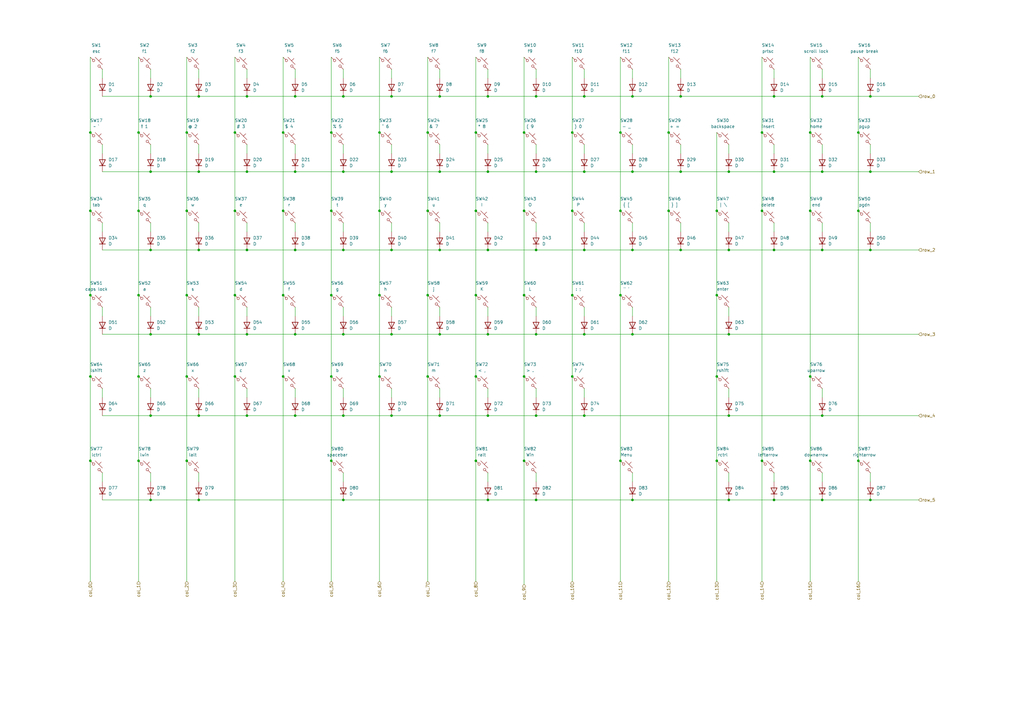
<source format=kicad_sch>
(kicad_sch (version 20250114) (generator "eeschema") (generator_version "9.0")
  (paper "User" 431.8 304.8)
  (title_block (title "80% Layout keyboard matrix"))
  (junction (at 261.62 194.31))
  (junction (at 144.78 40.64))
  (junction (at 144.78 105.41))
  (junction (at 83.82 140.97))
  (junction (at 124.46 40.64))
  (junction (at 302.26 194.31))
  (junction (at 58.42 124.46))
  (junction (at 302.26 124.46))
  (junction (at 205.74 40.64))
  (junction (at 287.02 72.39))
  (junction (at 124.46 175.26))
  (junction (at 165.1 40.64))
  (junction (at 160.02 124.46))
  (junction (at 220.98 194.31))
  (junction (at 185.42 40.64))
  (junction (at 63.5 40.64))
  (junction (at 246.38 175.26))
  (junction (at 261.62 124.46))
  (junction (at 326.39 210.82))
  (junction (at 246.38 72.39))
  (junction (at 346.71 40.64))
  (junction (at 165.1 175.26))
  (junction (at 63.5 210.82))
  (junction (at 144.78 140.97))
  (junction (at 38.1 88.9))
  (junction (at 83.82 40.64))
  (junction (at 139.7 55.88))
  (junction (at 346.71 175.26))
  (junction (at 361.95 55.88))
  (junction (at 83.82 105.41))
  (junction (at 307.34 105.41))
  (junction (at 200.66 88.9))
  (junction (at 58.42 194.31))
  (junction (at 241.3 158.75))
  (junction (at 119.38 88.9))
  (junction (at 261.62 55.88))
  (junction (at 281.94 55.88))
  (junction (at 266.7 72.39))
  (junction (at 160.02 158.75))
  (junction (at 104.14 105.41))
  (junction (at 326.39 40.64))
  (junction (at 220.98 55.88))
  (junction (at 38.1 194.31))
  (junction (at 266.7 105.41))
  (junction (at 180.34 55.88))
  (junction (at 307.34 175.26))
  (junction (at 226.06 40.64))
  (junction (at 78.74 124.46))
  (junction (at 83.82 175.26))
  (junction (at 63.5 72.39))
  (junction (at 63.5 175.26))
  (junction (at 226.06 105.41))
  (junction (at 367.03 210.82))
  (junction (at 287.02 105.41))
  (junction (at 361.95 88.9))
  (junction (at 78.74 55.88))
  (junction (at 38.1 124.46))
  (junction (at 165.1 140.97))
  (junction (at 119.38 55.88))
  (junction (at 104.14 72.39))
  (junction (at 78.74 88.9))
  (junction (at 302.26 158.75))
  (junction (at 346.71 210.82))
  (junction (at 326.39 72.39))
  (junction (at 165.1 72.39))
  (junction (at 144.78 210.82))
  (junction (at 119.38 158.75))
  (junction (at 287.02 40.64))
  (junction (at 185.42 105.41))
  (junction (at 367.03 72.39))
  (junction (at 83.82 210.82))
  (junction (at 144.78 175.26))
  (junction (at 99.06 158.75))
  (junction (at 119.38 124.46))
  (junction (at 139.7 158.75))
  (junction (at 58.42 55.88))
  (junction (at 341.63 158.75))
  (junction (at 99.06 124.46))
  (junction (at 160.02 55.88))
  (junction (at 160.02 88.9))
  (junction (at 261.62 88.9))
  (junction (at 185.42 175.26))
  (junction (at 185.42 72.39))
  (junction (at 346.71 105.41))
  (junction (at 281.94 88.9))
  (junction (at 165.1 105.41))
  (junction (at 58.42 88.9))
  (junction (at 205.74 140.97))
  (junction (at 226.06 140.97))
  (junction (at 139.7 124.46))
  (junction (at 341.63 194.31))
  (junction (at 226.06 210.82))
  (junction (at 321.31 55.88))
  (junction (at 185.42 140.97))
  (junction (at 144.78 72.39))
  (junction (at 83.82 72.39))
  (junction (at 367.03 105.41))
  (junction (at 246.38 105.41))
  (junction (at 139.7 88.9))
  (junction (at 38.1 158.75))
  (junction (at 367.03 40.64))
  (junction (at 266.7 210.82))
  (junction (at 246.38 140.97))
  (junction (at 220.98 158.75))
  (junction (at 78.74 194.31))
  (junction (at 200.66 194.31))
  (junction (at 346.71 72.39))
  (junction (at 326.39 105.41))
  (junction (at 124.46 72.39))
  (junction (at 226.06 72.39))
  (junction (at 307.34 210.82))
  (junction (at 38.1 55.88))
  (junction (at 124.46 140.97))
  (junction (at 302.26 88.9))
  (junction (at 205.74 105.41))
  (junction (at 78.74 158.75))
  (junction (at 63.5 105.41))
  (junction (at 205.74 210.82))
  (junction (at 104.14 40.64))
  (junction (at 180.34 88.9))
  (junction (at 307.34 140.97))
  (junction (at 220.98 124.46))
  (junction (at 104.14 175.26))
  (junction (at 241.3 55.88))
  (junction (at 99.06 88.9))
  (junction (at 220.98 88.9))
  (junction (at 200.66 158.75))
  (junction (at 200.66 124.46))
  (junction (at 321.31 88.9))
  (junction (at 341.63 55.88))
  (junction (at 266.7 140.97))
  (junction (at 307.34 72.39))
  (junction (at 361.95 194.31))
  (junction (at 226.06 175.26))
  (junction (at 200.66 55.88))
  (junction (at 63.5 140.97))
  (junction (at 321.31 194.31))
  (junction (at 104.14 140.97))
  (junction (at 180.34 124.46))
  (junction (at 266.7 40.64))
  (junction (at 341.63 88.9))
  (junction (at 139.7 194.31))
  (junction (at 99.06 55.88))
  (junction (at 246.38 40.64))
  (junction (at 241.3 88.9))
  (junction (at 205.74 175.26))
  (junction (at 180.34 158.75))
  (junction (at 241.3 124.46))
  (junction (at 124.46 105.41))
  (junction (at 58.42 158.75))
  (junction (at 205.74 72.39))
  (wire (pts (xy 205.74 40.64) (xy 226.06 40.64)))
  (wire (pts (xy 119.38 124.46) (xy 119.38 158.75)))
  (wire (pts (xy 226.06 40.64) (xy 246.38 40.64)))
  (wire (pts (xy 180.34 158.75) (xy 180.34 245.11)))
  (wire (pts (xy 226.06 93.98) (xy 226.06 97.79)))
  (wire (pts (xy 165.1 40.64) (xy 185.42 40.64)))
  (wire (pts (xy 139.7 194.31) (xy 139.7 245.11)))
  (wire (pts (xy 43.18 163.83) (xy 43.18 167.64)))
  (wire (pts (xy 205.74 72.39) (xy 226.06 72.39)))
  (wire (pts (xy 63.5 140.97) (xy 83.82 140.97)))
  (wire (pts (xy 205.74 29.21) (xy 205.74 33.02)))
  (wire (pts (xy 367.03 72.39) (xy 387.35 72.39)))
  (wire (pts (xy 307.34 210.82) (xy 326.39 210.82)))
  (wire (pts (xy 266.7 140.97) (xy 307.34 140.97)))
  (wire (pts (xy 43.18 140.97) (xy 63.5 140.97)))
  (wire (pts (xy 220.98 194.31) (xy 220.98 246.38)))
  (wire (pts (xy 346.71 93.98) (xy 346.71 97.79)))
  (wire (pts (xy 307.34 163.83) (xy 307.34 167.64)))
  (wire (pts (xy 124.46 129.54) (xy 124.46 133.35)))
  (wire (pts (xy 43.18 40.64) (xy 63.5 40.64)))
  (wire (pts (xy 241.3 158.75) (xy 241.3 245.11)))
  (wire (pts (xy 205.74 60.96) (xy 205.74 64.77)))
  (wire (pts (xy 246.38 163.83) (xy 246.38 167.64)))
  (wire (pts (xy 180.34 88.9) (xy 180.34 124.46)))
  (wire (pts (xy 63.5 60.96) (xy 63.5 64.77)))
  (wire (pts (xy 38.1 24.13) (xy 38.1 55.88)))
  (wire (pts (xy 346.71 199.39) (xy 346.71 203.2)))
  (wire (pts (xy 241.3 88.9) (xy 241.3 124.46)))
  (wire (pts (xy 200.66 88.9) (xy 200.66 124.46)))
  (wire (pts (xy 144.78 129.54) (xy 144.78 133.35)))
  (wire (pts (xy 124.46 140.97) (xy 144.78 140.97)))
  (wire (pts (xy 261.62 194.31) (xy 261.62 245.11)))
  (wire (pts (xy 165.1 129.54) (xy 165.1 133.35)))
  (wire (pts (xy 99.06 88.9) (xy 99.06 124.46)))
  (wire (pts (xy 83.82 140.97) (xy 104.14 140.97)))
  (wire (pts (xy 104.14 140.97) (xy 124.46 140.97)))
  (wire (pts (xy 124.46 72.39) (xy 144.78 72.39)))
  (wire (pts (xy 200.66 124.46) (xy 200.66 158.75)))
  (wire (pts (xy 266.7 93.98) (xy 266.7 97.79)))
  (wire (pts (xy 307.34 129.54) (xy 307.34 133.35)))
  (wire (pts (xy 144.78 140.97) (xy 165.1 140.97)))
  (wire (pts (xy 185.42 40.64) (xy 205.74 40.64)))
  (wire (pts (xy 266.7 60.96) (xy 266.7 64.77)))
  (wire (pts (xy 83.82 40.64) (xy 104.14 40.64)))
  (wire (pts (xy 104.14 72.39) (xy 124.46 72.39)))
  (wire (pts (xy 302.26 194.31) (xy 302.26 245.11)))
  (wire (pts (xy 58.42 194.31) (xy 58.42 245.11)))
  (wire (pts (xy 144.78 40.64) (xy 165.1 40.64)))
  (wire (pts (xy 63.5 175.26) (xy 83.82 175.26)))
  (wire (pts (xy 185.42 175.26) (xy 205.74 175.26)))
  (wire (pts (xy 346.71 29.21) (xy 346.71 33.02)))
  (wire (pts (xy 346.71 40.64) (xy 367.03 40.64)))
  (wire (pts (xy 367.03 60.96) (xy 367.03 64.77)))
  (wire (pts (xy 99.06 24.13) (xy 99.06 55.88)))
  (wire (pts (xy 144.78 175.26) (xy 165.1 175.26)))
  (wire (pts (xy 78.74 24.13) (xy 78.74 55.88)))
  (wire (pts (xy 326.39 40.64) (xy 346.71 40.64)))
  (wire (pts (xy 205.74 210.82) (xy 226.06 210.82)))
  (wire (pts (xy 104.14 129.54) (xy 104.14 133.35)))
  (wire (pts (xy 261.62 24.13) (xy 261.62 55.88)))
  (wire (pts (xy 165.1 60.96) (xy 165.1 64.77)))
  (wire (pts (xy 38.1 158.75) (xy 38.1 194.31)))
  (wire (pts (xy 326.39 29.21) (xy 326.39 33.02)))
  (wire (pts (xy 205.74 93.98) (xy 205.74 97.79)))
  (wire (pts (xy 287.02 72.39) (xy 307.34 72.39)))
  (wire (pts (xy 326.39 93.98) (xy 326.39 97.79)))
  (wire (pts (xy 326.39 60.96) (xy 326.39 64.77)))
  (wire (pts (xy 185.42 72.39) (xy 205.74 72.39)))
  (wire (pts (xy 281.94 55.88) (xy 281.94 88.9)))
  (wire (pts (xy 165.1 175.26) (xy 185.42 175.26)))
  (wire (pts (xy 185.42 60.96) (xy 185.42 64.77)))
  (wire (pts (xy 38.1 88.9) (xy 38.1 124.46)))
  (wire (pts (xy 307.34 140.97) (xy 387.35 140.97)))
  (wire (pts (xy 119.38 88.9) (xy 119.38 124.46)))
  (wire (pts (xy 185.42 163.83) (xy 185.42 167.64)))
  (wire (pts (xy 367.03 105.41) (xy 387.35 105.41)))
  (wire (pts (xy 119.38 55.88) (xy 119.38 88.9)))
  (wire (pts (xy 58.42 124.46) (xy 58.42 158.75)))
  (wire (pts (xy 266.7 210.82) (xy 307.34 210.82)))
  (wire (pts (xy 200.66 194.31) (xy 200.66 245.11)))
  (wire (pts (xy 246.38 140.97) (xy 266.7 140.97)))
  (wire (pts (xy 220.98 124.46) (xy 220.98 158.75)))
  (wire (pts (xy 287.02 29.21) (xy 287.02 33.02)))
  (wire (pts (xy 144.78 72.39) (xy 165.1 72.39)))
  (wire (pts (xy 246.38 175.26) (xy 307.34 175.26)))
  (wire (pts (xy 346.71 210.82) (xy 367.03 210.82)))
  (wire (pts (xy 367.03 93.98) (xy 367.03 97.79)))
  (wire (pts (xy 83.82 129.54) (xy 83.82 133.35)))
  (wire (pts (xy 246.38 129.54) (xy 246.38 133.35)))
  (wire (pts (xy 63.5 163.83) (xy 63.5 167.64)))
  (wire (pts (xy 226.06 105.41) (xy 246.38 105.41)))
  (wire (pts (xy 341.63 55.88) (xy 341.63 88.9)))
  (wire (pts (xy 302.26 88.9) (xy 302.26 124.46)))
  (wire (pts (xy 302.26 124.46) (xy 302.26 158.75)))
  (wire (pts (xy 307.34 60.96) (xy 307.34 64.77)))
  (wire (pts (xy 83.82 210.82) (xy 144.78 210.82)))
  (wire (pts (xy 321.31 24.13) (xy 321.31 55.88)))
  (wire (pts (xy 144.78 163.83) (xy 144.78 167.64)))
  (wire (pts (xy 78.74 55.88) (xy 78.74 88.9)))
  (wire (pts (xy 246.38 105.41) (xy 266.7 105.41)))
  (wire (pts (xy 124.46 29.21) (xy 124.46 33.02)))
  (wire (pts (xy 139.7 158.75) (xy 139.7 194.31)))
  (wire (pts (xy 124.46 163.83) (xy 124.46 167.64)))
  (wire (pts (xy 83.82 105.41) (xy 104.14 105.41)))
  (wire (pts (xy 165.1 29.21) (xy 165.1 33.02)))
  (wire (pts (xy 205.74 140.97) (xy 226.06 140.97)))
  (wire (pts (xy 180.34 24.13) (xy 180.34 55.88)))
  (wire (pts (xy 83.82 93.98) (xy 83.82 97.79)))
  (wire (pts (xy 38.1 55.88) (xy 38.1 88.9)))
  (wire (pts (xy 205.74 199.39) (xy 205.74 203.2)))
  (wire (pts (xy 321.31 55.88) (xy 321.31 88.9)))
  (wire (pts (xy 205.74 175.26) (xy 226.06 175.26)))
  (wire (pts (xy 43.18 210.82) (xy 63.5 210.82)))
  (wire (pts (xy 160.02 124.46) (xy 160.02 158.75)))
  (wire (pts (xy 58.42 88.9) (xy 58.42 124.46)))
  (wire (pts (xy 266.7 199.39) (xy 266.7 203.2)))
  (wire (pts (xy 266.7 72.39) (xy 287.02 72.39)))
  (wire (pts (xy 160.02 158.75) (xy 160.02 245.11)))
  (wire (pts (xy 281.94 88.9) (xy 281.94 245.11)))
  (wire (pts (xy 367.03 210.82) (xy 387.35 210.82)))
  (wire (pts (xy 246.38 40.64) (xy 266.7 40.64)))
  (wire (pts (xy 160.02 55.88) (xy 160.02 88.9)))
  (wire (pts (xy 104.14 29.21) (xy 104.14 33.02)))
  (wire (pts (xy 326.39 210.82) (xy 346.71 210.82)))
  (wire (pts (xy 266.7 29.21) (xy 266.7 33.02)))
  (wire (pts (xy 180.34 124.46) (xy 180.34 158.75)))
  (wire (pts (xy 341.63 24.13) (xy 341.63 55.88)))
  (wire (pts (xy 261.62 88.9) (xy 261.62 124.46)))
  (wire (pts (xy 341.63 158.75) (xy 341.63 194.31)))
  (wire (pts (xy 341.63 194.31) (xy 341.63 245.11)))
  (wire (pts (xy 307.34 199.39) (xy 307.34 203.2)))
  (wire (pts (xy 361.95 88.9) (xy 361.95 194.31)))
  (wire (pts (xy 104.14 175.26) (xy 124.46 175.26)))
  (wire (pts (xy 78.74 158.75) (xy 78.74 194.31)))
  (wire (pts (xy 38.1 124.46) (xy 38.1 158.75)))
  (wire (pts (xy 185.42 140.97) (xy 205.74 140.97)))
  (wire (pts (xy 63.5 105.41) (xy 83.82 105.41)))
  (wire (pts (xy 58.42 24.13) (xy 58.42 55.88)))
  (wire (pts (xy 83.82 29.21) (xy 83.82 33.02)))
  (wire (pts (xy 287.02 93.98) (xy 287.02 97.79)))
  (wire (pts (xy 246.38 93.98) (xy 246.38 97.79)))
  (wire (pts (xy 185.42 29.21) (xy 185.42 33.02)))
  (wire (pts (xy 124.46 60.96) (xy 124.46 64.77)))
  (wire (pts (xy 139.7 24.13) (xy 139.7 55.88)))
  (wire (pts (xy 226.06 175.26) (xy 246.38 175.26)))
  (wire (pts (xy 220.98 88.9) (xy 220.98 124.46)))
  (wire (pts (xy 83.82 72.39) (xy 104.14 72.39)))
  (wire (pts (xy 226.06 199.39) (xy 226.06 203.2)))
  (wire (pts (xy 226.06 29.21) (xy 226.06 33.02)))
  (wire (pts (xy 341.63 88.9) (xy 341.63 158.75)))
  (wire (pts (xy 261.62 55.88) (xy 261.62 88.9)))
  (wire (pts (xy 200.66 55.88) (xy 200.66 88.9)))
  (wire (pts (xy 104.14 93.98) (xy 104.14 97.79)))
  (wire (pts (xy 104.14 60.96) (xy 104.14 64.77)))
  (wire (pts (xy 307.34 72.39) (xy 326.39 72.39)))
  (wire (pts (xy 361.95 24.13) (xy 361.95 55.88)))
  (wire (pts (xy 205.74 163.83) (xy 205.74 167.64)))
  (wire (pts (xy 99.06 124.46) (xy 99.06 158.75)))
  (wire (pts (xy 302.26 55.88) (xy 302.26 88.9)))
  (wire (pts (xy 165.1 163.83) (xy 165.1 167.64)))
  (wire (pts (xy 185.42 93.98) (xy 185.42 97.79)))
  (wire (pts (xy 205.74 129.54) (xy 205.74 133.35)))
  (wire (pts (xy 165.1 93.98) (xy 165.1 97.79)))
  (wire (pts (xy 266.7 129.54) (xy 266.7 133.35)))
  (wire (pts (xy 226.06 140.97) (xy 246.38 140.97)))
  (wire (pts (xy 367.03 29.21) (xy 367.03 33.02)))
  (wire (pts (xy 367.03 40.64) (xy 387.35 40.64)))
  (wire (pts (xy 165.1 72.39) (xy 185.42 72.39)))
  (wire (pts (xy 321.31 88.9) (xy 321.31 194.31)))
  (wire (pts (xy 160.02 24.13) (xy 160.02 55.88)))
  (wire (pts (xy 43.18 199.39) (xy 43.18 203.2)))
  (wire (pts (xy 246.38 29.21) (xy 246.38 33.02)))
  (wire (pts (xy 266.7 105.41) (xy 287.02 105.41)))
  (wire (pts (xy 78.74 194.31) (xy 78.74 245.11)))
  (wire (pts (xy 104.14 40.64) (xy 124.46 40.64)))
  (wire (pts (xy 361.95 55.88) (xy 361.95 88.9)))
  (wire (pts (xy 139.7 55.88) (xy 139.7 88.9)))
  (wire (pts (xy 226.06 163.83) (xy 226.06 167.64)))
  (wire (pts (xy 185.42 129.54) (xy 185.42 133.35)))
  (wire (pts (xy 266.7 40.64) (xy 287.02 40.64)))
  (wire (pts (xy 144.78 29.21) (xy 144.78 33.02)))
  (wire (pts (xy 200.66 24.13) (xy 200.66 55.88)))
  (wire (pts (xy 144.78 199.39) (xy 144.78 203.2)))
  (wire (pts (xy 83.82 199.39) (xy 83.82 203.2)))
  (wire (pts (xy 361.95 194.31) (xy 361.95 245.11)))
  (wire (pts (xy 124.46 40.64) (xy 144.78 40.64)))
  (wire (pts (xy 119.38 24.13) (xy 119.38 55.88)))
  (wire (pts (xy 38.1 194.31) (xy 38.1 245.11)))
  (wire (pts (xy 43.18 60.96) (xy 43.18 64.77)))
  (wire (pts (xy 180.34 55.88) (xy 180.34 88.9)))
  (wire (pts (xy 83.82 60.96) (xy 83.82 64.77)))
  (wire (pts (xy 63.5 93.98) (xy 63.5 97.79)))
  (wire (pts (xy 144.78 60.96) (xy 144.78 64.77)))
  (wire (pts (xy 220.98 24.13) (xy 220.98 55.88)))
  (wire (pts (xy 58.42 158.75) (xy 58.42 194.31)))
  (wire (pts (xy 58.42 55.88) (xy 58.42 88.9)))
  (wire (pts (xy 43.18 29.21) (xy 43.18 33.02)))
  (wire (pts (xy 246.38 72.39) (xy 266.7 72.39)))
  (wire (pts (xy 83.82 163.83) (xy 83.82 167.64)))
  (wire (pts (xy 307.34 105.41) (xy 326.39 105.41)))
  (wire (pts (xy 326.39 105.41) (xy 346.71 105.41)))
  (wire (pts (xy 119.38 158.75) (xy 119.38 245.11)))
  (wire (pts (xy 302.26 158.75) (xy 302.26 194.31)))
  (wire (pts (xy 346.71 105.41) (xy 367.03 105.41)))
  (wire (pts (xy 78.74 88.9) (xy 78.74 124.46)))
  (wire (pts (xy 226.06 72.39) (xy 246.38 72.39)))
  (wire (pts (xy 43.18 72.39) (xy 63.5 72.39)))
  (wire (pts (xy 104.14 163.83) (xy 104.14 167.64)))
  (wire (pts (xy 205.74 105.41) (xy 226.06 105.41)))
  (wire (pts (xy 367.03 199.39) (xy 367.03 203.2)))
  (wire (pts (xy 63.5 72.39) (xy 83.82 72.39)))
  (wire (pts (xy 144.78 105.41) (xy 165.1 105.41)))
  (wire (pts (xy 104.14 105.41) (xy 124.46 105.41)))
  (wire (pts (xy 346.71 175.26) (xy 387.35 175.26)))
  (wire (pts (xy 226.06 60.96) (xy 226.06 64.77)))
  (wire (pts (xy 160.02 88.9) (xy 160.02 124.46)))
  (wire (pts (xy 246.38 60.96) (xy 246.38 64.77)))
  (wire (pts (xy 78.74 124.46) (xy 78.74 158.75)))
  (wire (pts (xy 63.5 40.64) (xy 83.82 40.64)))
  (wire (pts (xy 287.02 40.64) (xy 326.39 40.64)))
  (wire (pts (xy 220.98 55.88) (xy 220.98 88.9)))
  (wire (pts (xy 43.18 93.98) (xy 43.18 97.79)))
  (wire (pts (xy 165.1 105.41) (xy 185.42 105.41)))
  (wire (pts (xy 226.06 210.82) (xy 266.7 210.82)))
  (wire (pts (xy 63.5 210.82) (xy 83.82 210.82)))
  (wire (pts (xy 287.02 105.41) (xy 307.34 105.41)))
  (wire (pts (xy 99.06 55.88) (xy 99.06 88.9)))
  (wire (pts (xy 307.34 93.98) (xy 307.34 97.79)))
  (wire (pts (xy 139.7 124.46) (xy 139.7 158.75)))
  (wire (pts (xy 346.71 163.83) (xy 346.71 167.64)))
  (wire (pts (xy 99.06 158.75) (xy 99.06 245.11)))
  (wire (pts (xy 307.34 175.26) (xy 346.71 175.26)))
  (wire (pts (xy 220.98 158.75) (xy 220.98 194.31)))
  (wire (pts (xy 241.3 55.88) (xy 241.3 88.9)))
  (wire (pts (xy 63.5 129.54) (xy 63.5 133.35)))
  (wire (pts (xy 346.71 60.96) (xy 346.71 64.77)))
  (wire (pts (xy 326.39 72.39) (xy 346.71 72.39)))
  (wire (pts (xy 124.46 105.41) (xy 144.78 105.41)))
  (wire (pts (xy 326.39 199.39) (xy 326.39 203.2)))
  (wire (pts (xy 124.46 93.98) (xy 124.46 97.79)))
  (wire (pts (xy 261.62 124.46) (xy 261.62 194.31)))
  (wire (pts (xy 200.66 158.75) (xy 200.66 194.31)))
  (wire (pts (xy 241.3 124.46) (xy 241.3 158.75)))
  (wire (pts (xy 346.71 72.39) (xy 367.03 72.39)))
  (wire (pts (xy 43.18 105.41) (xy 63.5 105.41)))
  (wire (pts (xy 63.5 199.39) (xy 63.5 203.2)))
  (wire (pts (xy 226.06 129.54) (xy 226.06 133.35)))
  (wire (pts (xy 185.42 105.41) (xy 205.74 105.41)))
  (wire (pts (xy 63.5 29.21) (xy 63.5 33.02)))
  (wire (pts (xy 165.1 140.97) (xy 185.42 140.97)))
  (wire (pts (xy 43.18 129.54) (xy 43.18 133.35)))
  (wire (pts (xy 124.46 175.26) (xy 144.78 175.26)))
  (wire (pts (xy 144.78 210.82) (xy 205.74 210.82)))
  (wire (pts (xy 281.94 24.13) (xy 281.94 55.88)))
  (wire (pts (xy 144.78 93.98) (xy 144.78 97.79)))
  (wire (pts (xy 43.18 175.26) (xy 63.5 175.26)))
  (wire (pts (xy 139.7 88.9) (xy 139.7 124.46)))
  (wire (pts (xy 321.31 194.31) (xy 321.31 245.11)))
  (wire (pts (xy 83.82 175.26) (xy 104.14 175.26)))
  (wire (pts (xy 241.3 24.13) (xy 241.3 55.88)))
  (wire (pts (xy 287.02 60.96) (xy 287.02 64.77)))
  (hierarchical_label "row_4" (shape input) (at 387.35 175.26 0))
  (hierarchical_label "col_13" (shape input) (at 302.26 245.11 270))
  (hierarchical_label "col_2" (shape input) (at 78.74 245.11 270))
  (hierarchical_label "col_5" (shape input) (at 139.7 245.11 270))
  (hierarchical_label "col_1" (shape input) (at 58.42 245.11 270))
  (hierarchical_label "row_5" (shape input) (at 387.35 210.82 0))
  (hierarchical_label "col_9" (shape input) (at 220.98 246.38 270))
  (hierarchical_label "col_3" (shape input) (at 99.06 245.11 270))
  (hierarchical_label "col_11" (shape input) (at 261.62 245.11 270))
  (hierarchical_label "col_8" (shape input) (at 200.66 245.11 270))
  (hierarchical_label "row_2" (shape input) (at 387.35 105.41 0))
  (hierarchical_label "col_0" (shape input) (at 38.1 245.11 270))
  (hierarchical_label "col_12" (shape input) (at 281.94 245.11 270))
  (hierarchical_label "col_7" (shape input) (at 180.34 245.11 270))
  (hierarchical_label "row_3" (shape input) (at 387.35 140.97 0))
  (hierarchical_label "col_10" (shape input) (at 241.3 245.11 270))
  (hierarchical_label "col_4" (shape input) (at 119.38 245.11 270))
  (hierarchical_label "row_1" (shape input) (at 387.35 72.39 0))
  (hierarchical_label "col_14" (shape input) (at 321.31 245.11 270))
  (hierarchical_label "col_6" (shape input) (at 160.02 245.11 270))
  (hierarchical_label "col_16" (shape input) (at 361.95 245.11 270))
  (hierarchical_label "row_0" (shape input) (at 387.35 40.64 0))
  (hierarchical_label "col_15" (shape input) (at 341.63 245.11 270))
  (symbol (lib_id "Switch:SW_Push_45deg") (at 223.52 26.67 0) (unit 1)
    (property "Reference" "SW10" (at 223.52 19.05 0))
    (property "Value" "f9" (at 223.52 21.59 0))
    (property "Footprint" "myLibrary:MX_PCB_1.00u" (effects (hide yes)))
    (property "Description" "Push button switch, normally open, two pins, 45° tilted" (effects (hide yes)))
  )
  (symbol (lib_id "Device:D") (at 307.34 101.6 90) (unit 1)
    (property "Reference" "D47" (at 309.88 100.3299 90) (effects (justify right)))
    (property "Value" "D" (at 309.88 102.8699 90) (effects (justify right)))
    (property "Footprint" "Diode_SMD:D_SOD-123" (effects (hide yes)))
    (property "Description" "Diode" (effects (hide yes)))
    (property "Sim.Device" "D" (effects (hide yes)))
    (property "Sim.Pins" "1=K 2=A" (effects (hide yes)))
  )
  (symbol (lib_id "Device:D") (at 63.5 171.45 90) (unit 1)
    (property "Reference" "D65" (at 66.04 170.1799 90) (effects (justify right)))
    (property "Value" "D" (at 66.04 172.7199 90) (effects (justify right)))
    (property "Footprint" "Diode_SMD:D_SOD-123" (effects (hide yes)))
    (property "Description" "Diode" (effects (hide yes)))
    (property "Sim.Device" "D" (effects (hide yes)))
    (property "Sim.Pins" "1=K 2=A" (effects (hide yes)))
  )
  (symbol (lib_id "Switch:SW_Push_45deg") (at 344.17 91.44 0) (unit 1)
    (property "Reference" "SW49" (at 344.17 83.82 0))
    (property "Value" "end" (at 344.17 86.36 0))
    (property "Footprint" "myLibrary:MX_PCB_1.00u" (effects (hide yes)))
    (property "Description" "Push button switch, normally open, two pins, 45° tilted" (effects (hide yes)))
  )
  (symbol (lib_id "Switch:SW_Push_45deg") (at 304.8 91.44 0) (unit 1)
    (property "Reference" "SW47" (at 304.8 83.82 0))
    (property "Value" "| \\" (at 304.8 86.36 0))
    (property "Footprint" "myLibrary:MX_PCB_1.50u" (effects (hide yes)))
    (property "Description" "Push button switch, normally open, two pins, 45° tilted" (effects (hide yes)))
  )
  (symbol (lib_id "Device:D") (at 63.5 101.6 90) (unit 1)
    (property "Reference" "D35" (at 66.04 100.3299 90) (effects (justify right)))
    (property "Value" "D" (at 66.04 102.8699 90) (effects (justify right)))
    (property "Footprint" "Diode_SMD:D_SOD-123" (effects (hide yes)))
    (property "Description" "Diode" (effects (hide yes)))
    (property "Sim.Device" "D" (effects (hide yes)))
    (property "Sim.Pins" "1=K 2=A" (effects (hide yes)))
  )
  (symbol (lib_id "Switch:SW_Push_45deg") (at 223.52 91.44 0) (unit 1)
    (property "Reference" "SW43" (at 223.52 83.82 0))
    (property "Value" "O" (at 223.52 86.36 0))
    (property "Footprint" "myLibrary:MX_PCB_1.00u" (effects (hide yes)))
    (property "Description" "Push button switch, normally open, two pins, 45° tilted" (effects (hide yes)))
  )
  (symbol (lib_id "Switch:SW_Push_45deg") (at 182.88 127 0) (unit 1)
    (property "Reference" "SW58" (at 182.88 119.38 0))
    (property "Value" "j" (at 182.88 121.92 0))
    (property "Footprint" "myLibrary:MX_PCB_1.00u" (effects (hide yes)))
    (property "Description" "Push button switch, normally open, two pins, 45° tilted" (effects (hide yes)))
  )
  (symbol (lib_id "Device:D") (at 266.7 207.01 90) (unit 1)
    (property "Reference" "D83" (at 269.24 205.7399 90) (effects (justify right)))
    (property "Value" "D" (at 269.24 208.2799 90) (effects (justify right)))
    (property "Footprint" "Diode_SMD:D_SOD-123" (effects (hide yes)))
    (property "Description" "Diode" (effects (hide yes)))
    (property "Sim.Device" "D" (effects (hide yes)))
    (property "Sim.Pins" "1=K 2=A" (effects (hide yes)))
  )
  (symbol (lib_id "Switch:SW_Push_45deg") (at 304.8 196.85 0) (unit 1)
    (property "Reference" "SW84" (at 304.8 189.23 0))
    (property "Value" "rctrl" (at 304.8 191.77 0))
    (property "Footprint" "myLibrary:MX_PCB_1.25u" (effects (hide yes)))
    (property "Description" "Push button switch, normally open, two pins, 45° tilted" (effects (hide yes)))
  )
  (symbol (lib_id "Switch:SW_Push_45deg") (at 264.16 58.42 0) (unit 1)
    (property "Reference" "SW28" (at 264.16 50.8 0))
    (property "Value" "- _" (at 264.16 53.34 0))
    (property "Footprint" "myLibrary:MX_PCB_1.00u" (effects (hide yes)))
    (property "Description" "Push button switch, normally open, two pins, 45° tilted" (effects (hide yes)))
  )
  (symbol (lib_id "Device:D") (at 266.7 36.83 90) (unit 1)
    (property "Reference" "D12" (at 269.24 35.5599 90) (effects (justify right)))
    (property "Value" "D" (at 269.24 38.0999 90) (effects (justify right)))
    (property "Footprint" "Diode_SMD:D_SOD-123" (effects (hide yes)))
    (property "Description" "Diode" (effects (hide yes)))
    (property "Sim.Device" "D" (effects (hide yes)))
    (property "Sim.Pins" "1=K 2=A" (effects (hide yes)))
  )
  (symbol (lib_id "Device:D") (at 83.82 171.45 90) (unit 1)
    (property "Reference" "D66" (at 86.36 170.1799 90) (effects (justify right)))
    (property "Value" "D" (at 86.36 172.7199 90) (effects (justify right)))
    (property "Footprint" "Diode_SMD:D_SOD-123" (effects (hide yes)))
    (property "Description" "Diode" (effects (hide yes)))
    (property "Sim.Device" "D" (effects (hide yes)))
    (property "Sim.Pins" "1=K 2=A" (effects (hide yes)))
  )
  (symbol (lib_id "Device:D") (at 124.46 36.83 90) (unit 1)
    (property "Reference" "D5" (at 127 35.5599 90) (effects (justify right)))
    (property "Value" "D" (at 127 38.0999 90) (effects (justify right)))
    (property "Footprint" "Diode_SMD:D_SOD-123" (effects (hide yes)))
    (property "Description" "Diode" (effects (hide yes)))
    (property "Sim.Device" "D" (effects (hide yes)))
    (property "Sim.Pins" "1=K 2=A" (effects (hide yes)))
  )
  (symbol (lib_id "Device:D") (at 63.5 207.01 90) (unit 1)
    (property "Reference" "D78" (at 66.04 205.7399 90) (effects (justify right)))
    (property "Value" "D" (at 66.04 208.2799 90) (effects (justify right)))
    (property "Footprint" "Diode_SMD:D_SOD-123" (effects (hide yes)))
    (property "Description" "Diode" (effects (hide yes)))
    (property "Sim.Device" "D" (effects (hide yes)))
    (property "Sim.Pins" "1=K 2=A" (effects (hide yes)))
  )
  (symbol (lib_id "Device:D") (at 246.38 171.45 90) (unit 1)
    (property "Reference" "D74" (at 248.92 170.1799 90) (effects (justify right)))
    (property "Value" "D" (at 248.92 172.7199 90) (effects (justify right)))
    (property "Footprint" "Diode_SMD:D_SOD-123" (effects (hide yes)))
    (property "Description" "Diode" (effects (hide yes)))
    (property "Sim.Device" "D" (effects (hide yes)))
    (property "Sim.Pins" "1=K 2=A" (effects (hide yes)))
  )
  (symbol (lib_id "Switch:SW_Push_45deg") (at 243.84 161.29 0) (unit 1)
    (property "Reference" "SW74" (at 243.84 153.67 0))
    (property "Value" "? /" (at 243.84 156.21 0))
    (property "Footprint" "myLibrary:MX_PCB_1.00u" (effects (hide yes)))
    (property "Description" "Push button switch, normally open, two pins, 45° tilted" (effects (hide yes)))
  )
  (symbol (lib_id "Device:D") (at 346.71 171.45 90) (unit 1)
    (property "Reference" "D76" (at 349.25 170.1799 90) (effects (justify right)))
    (property "Value" "D" (at 349.25 172.7199 90) (effects (justify right)))
    (property "Footprint" "Diode_SMD:D_SOD-123" (effects (hide yes)))
    (property "Description" "Diode" (effects (hide yes)))
    (property "Sim.Device" "D" (effects (hide yes)))
    (property "Sim.Pins" "1=K 2=A" (effects (hide yes)))
  )
  (symbol (lib_id "Switch:SW_Push_45deg") (at 304.8 161.29 0) (unit 1)
    (property "Reference" "SW75" (at 304.8 153.67 0))
    (property "Value" "rshift" (at 304.8 156.21 0))
    (property "Footprint" "myLibrary:MX_PCB_2.75u" (effects (hide yes)))
    (property "Description" "Push button switch, normally open, two pins, 45° tilted" (effects (hide yes)))
  )
  (symbol (lib_id "Switch:SW_Push_45deg") (at 264.16 26.67 0) (unit 1)
    (property "Reference" "SW12" (at 264.16 19.05 0))
    (property "Value" "f11" (at 264.16 21.59 0))
    (property "Footprint" "myLibrary:MX_PCB_1.00u" (effects (hide yes)))
    (property "Description" "Push button switch, normally open, two pins, 45° tilted" (effects (hide yes)))
  )
  (symbol (lib_id "Switch:SW_Push_45deg") (at 101.6 91.44 0) (unit 1)
    (property "Reference" "SW37" (at 101.6 83.82 0))
    (property "Value" "e" (at 101.6 86.36 0))
    (property "Footprint" "myLibrary:MX_PCB_1.00u" (effects (hide yes)))
    (property "Description" "Push button switch, normally open, two pins, 45° tilted" (effects (hide yes)))
  )
  (symbol (lib_id "Device:D") (at 326.39 101.6 90) (unit 1)
    (property "Reference" "D48" (at 328.93 100.3299 90) (effects (justify right)))
    (property "Value" "D" (at 328.93 102.8699 90) (effects (justify right)))
    (property "Footprint" "Diode_SMD:D_SOD-123" (effects (hide yes)))
    (property "Description" "Diode" (effects (hide yes)))
    (property "Sim.Device" "D" (effects (hide yes)))
    (property "Sim.Pins" "1=K 2=A" (effects (hide yes)))
  )
  (symbol (lib_id "Device:D") (at 144.78 101.6 90) (unit 1)
    (property "Reference" "D39" (at 147.32 100.3299 90) (effects (justify right)))
    (property "Value" "D" (at 147.32 102.8699 90) (effects (justify right)))
    (property "Footprint" "Diode_SMD:D_SOD-123" (effects (hide yes)))
    (property "Description" "Diode" (effects (hide yes)))
    (property "Sim.Device" "D" (effects (hide yes)))
    (property "Sim.Pins" "1=K 2=A" (effects (hide yes)))
  )
  (symbol (lib_id "Switch:SW_Push_45deg") (at 142.24 196.85 0) (unit 1)
    (property "Reference" "SW80" (at 142.24 189.23 0))
    (property "Value" "spacebar" (at 142.24 191.77 0))
    (property "Footprint" "myLibrary:MX_PCB_6.25u" (effects (hide yes)))
    (property "Description" "Push button switch, normally open, two pins, 45° tilted" (effects (hide yes)))
  )
  (symbol (lib_id "Switch:SW_Push_45deg") (at 60.96 161.29 0) (unit 1)
    (property "Reference" "SW65" (at 60.96 153.67 0))
    (property "Value" "z" (at 60.96 156.21 0))
    (property "Footprint" "myLibrary:MX_PCB_1.00u" (effects (hide yes)))
    (property "Description" "Push button switch, normally open, two pins, 45° tilted" (effects (hide yes)))
  )
  (symbol (lib_id "Device:D") (at 226.06 68.58 90) (unit 1)
    (property "Reference" "D26" (at 228.6 67.3099 90) (effects (justify right)))
    (property "Value" "D" (at 228.6 69.8499 90) (effects (justify right)))
    (property "Footprint" "Diode_SMD:D_SOD-123" (effects (hide yes)))
    (property "Description" "Diode" (effects (hide yes)))
    (property "Sim.Device" "D" (effects (hide yes)))
    (property "Sim.Pins" "1=K 2=A" (effects (hide yes)))
  )
  (symbol (lib_id "Device:D") (at 144.78 68.58 90) (unit 1)
    (property "Reference" "D22" (at 147.32 67.3099 90) (effects (justify right)))
    (property "Value" "D" (at 147.32 69.8499 90) (effects (justify right)))
    (property "Footprint" "Diode_SMD:D_SOD-123" (effects (hide yes)))
    (property "Description" "Diode" (effects (hide yes)))
    (property "Sim.Device" "D" (effects (hide yes)))
    (property "Sim.Pins" "1=K 2=A" (effects (hide yes)))
  )
  (symbol (lib_id "Switch:SW_Push_45deg") (at 364.49 91.44 0) (unit 1)
    (property "Reference" "SW50" (at 364.49 83.82 0))
    (property "Value" "pgdn" (at 364.49 86.36 0))
    (property "Footprint" "myLibrary:MX_PCB_1.00u" (effects (hide yes)))
    (property "Description" "Push button switch, normally open, two pins, 45° tilted" (effects (hide yes)))
  )
  (symbol (lib_id "Switch:SW_Push_45deg") (at 364.49 58.42 0) (unit 1)
    (property "Reference" "SW33" (at 364.49 50.8 0))
    (property "Value" "pgup" (at 364.49 53.34 0))
    (property "Footprint" "myLibrary:MX_PCB_1.00u" (effects (hide yes)))
    (property "Description" "Push button switch, normally open, two pins, 45° tilted" (effects (hide yes)))
  )
  (symbol (lib_id "Device:D") (at 205.74 68.58 90) (unit 1)
    (property "Reference" "D25" (at 208.28 67.3099 90) (effects (justify right)))
    (property "Value" "D" (at 208.28 69.8499 90) (effects (justify right)))
    (property "Footprint" "Diode_SMD:D_SOD-123" (effects (hide yes)))
    (property "Description" "Diode" (effects (hide yes)))
    (property "Sim.Device" "D" (effects (hide yes)))
    (property "Sim.Pins" "1=K 2=A" (effects (hide yes)))
  )
  (symbol (lib_id "Device:D") (at 367.03 101.6 90) (unit 1)
    (property "Reference" "D50" (at 369.57 100.3299 90) (effects (justify right)))
    (property "Value" "D" (at 369.57 102.8699 90) (effects (justify right)))
    (property "Footprint" "Diode_SMD:D_SOD-123" (effects (hide yes)))
    (property "Description" "Diode" (effects (hide yes)))
    (property "Sim.Device" "D" (effects (hide yes)))
    (property "Sim.Pins" "1=K 2=A" (effects (hide yes)))
  )
  (symbol (lib_id "Switch:SW_Push_45deg") (at 203.2 161.29 0) (unit 1)
    (property "Reference" "SW72" (at 203.2 153.67 0))
    (property "Value" "< ," (at 203.2 156.21 0))
    (property "Footprint" "myLibrary:MX_PCB_1.00u" (effects (hide yes)))
    (property "Description" "Push button switch, normally open, two pins, 45° tilted" (effects (hide yes)))
  )
  (symbol (lib_id "Device:D") (at 346.71 68.58 90) (unit 1)
    (property "Reference" "D32" (at 349.25 67.3099 90) (effects (justify right)))
    (property "Value" "D" (at 349.25 69.8499 90) (effects (justify right)))
    (property "Footprint" "Diode_SMD:D_SOD-123" (effects (hide yes)))
    (property "Description" "Diode" (effects (hide yes)))
    (property "Sim.Device" "D" (effects (hide yes)))
    (property "Sim.Pins" "1=K 2=A" (effects (hide yes)))
  )
  (symbol (lib_id "Switch:SW_Push_45deg") (at 60.96 91.44 0) (unit 1)
    (property "Reference" "SW35" (at 60.96 83.82 0))
    (property "Value" "q" (at 60.96 86.36 0))
    (property "Footprint" "myLibrary:MX_PCB_1.00u" (effects (hide yes)))
    (property "Description" "Push button switch, normally open, two pins, 45° tilted" (effects (hide yes)))
  )
  (symbol (lib_id "Switch:SW_Push_45deg") (at 60.96 127 0) (unit 1)
    (property "Reference" "SW52" (at 60.96 119.38 0))
    (property "Value" "a" (at 60.96 121.92 0))
    (property "Footprint" "myLibrary:MX_PCB_1.00u" (effects (hide yes)))
    (property "Description" "Push button switch, normally open, two pins, 45° tilted" (effects (hide yes)))
  )
  (symbol (lib_id "Device:D") (at 367.03 36.83 90) (unit 1)
    (property "Reference" "D16" (at 369.57 35.5599 90) (effects (justify right)))
    (property "Value" "D" (at 369.57 38.0999 90) (effects (justify right)))
    (property "Footprint" "Diode_SMD:D_SOD-123" (effects (hide yes)))
    (property "Description" "Diode" (effects (hide yes)))
    (property "Sim.Device" "D" (effects (hide yes)))
    (property "Sim.Pins" "1=K 2=A" (effects (hide yes)))
  )
  (symbol (lib_id "Switch:SW_Push_45deg") (at 344.17 58.42 0) (unit 1)
    (property "Reference" "SW32" (at 344.17 50.8 0))
    (property "Value" "home" (at 344.17 53.34 0))
    (property "Footprint" "myLibrary:MX_PCB_1.00u" (effects (hide yes)))
    (property "Description" "Push button switch, normally open, two pins, 45° tilted" (effects (hide yes)))
  )
  (symbol (lib_id "Device:D") (at 205.74 207.01 90) (unit 1)
    (property "Reference" "D81" (at 208.28 205.7399 90) (effects (justify right)))
    (property "Value" "D" (at 208.28 208.2799 90) (effects (justify right)))
    (property "Footprint" "Diode_SMD:D_SOD-123" (effects (hide yes)))
    (property "Description" "Diode" (effects (hide yes)))
    (property "Sim.Device" "D" (effects (hide yes)))
    (property "Sim.Pins" "1=K 2=A" (effects (hide yes)))
  )
  (symbol (lib_id "Device:D") (at 124.46 137.16 90) (unit 1)
    (property "Reference" "D55" (at 127 135.8899 90) (effects (justify right)))
    (property "Value" "D" (at 127 138.4299 90) (effects (justify right)))
    (property "Footprint" "Diode_SMD:D_SOD-123" (effects (hide yes)))
    (property "Description" "Diode" (effects (hide yes)))
    (property "Sim.Device" "D" (effects (hide yes)))
    (property "Sim.Pins" "1=K 2=A" (effects (hide yes)))
  )
  (symbol (lib_id "Switch:SW_Push_45deg") (at 162.56 127 0) (unit 1)
    (property "Reference" "SW57" (at 162.56 119.38 0))
    (property "Value" "h" (at 162.56 121.92 0))
    (property "Footprint" "myLibrary:MX_PCB_1.00u" (effects (hide yes)))
    (property "Description" "Push button switch, normally open, two pins, 45° tilted" (effects (hide yes)))
  )
  (symbol (lib_id "Device:D") (at 226.06 207.01 90) (unit 1)
    (property "Reference" "D82" (at 228.6 205.7399 90) (effects (justify right)))
    (property "Value" "D" (at 228.6 208.2799 90) (effects (justify right)))
    (property "Footprint" "Diode_SMD:D_SOD-123" (effects (hide yes)))
    (property "Description" "Diode" (effects (hide yes)))
    (property "Sim.Device" "D" (effects (hide yes)))
    (property "Sim.Pins" "1=K 2=A" (effects (hide yes)))
  )
  (symbol (lib_id "Device:D") (at 104.14 101.6 90) (unit 1)
    (property "Reference" "D37" (at 106.68 100.3299 90) (effects (justify right)))
    (property "Value" "D" (at 106.68 102.8699 90) (effects (justify right)))
    (property "Footprint" "Diode_SMD:D_SOD-123" (effects (hide yes)))
    (property "Description" "Diode" (effects (hide yes)))
    (property "Sim.Device" "D" (effects (hide yes)))
    (property "Sim.Pins" "1=K 2=A" (effects (hide yes)))
  )
  (symbol (lib_id "Device:D") (at 144.78 171.45 90) (unit 1)
    (property "Reference" "D69" (at 147.32 170.1799 90) (effects (justify right)))
    (property "Value" "D" (at 147.32 172.7199 90) (effects (justify right)))
    (property "Footprint" "Diode_SMD:D_SOD-123" (effects (hide yes)))
    (property "Description" "Diode" (effects (hide yes)))
    (property "Sim.Device" "D" (effects (hide yes)))
    (property "Sim.Pins" "1=K 2=A" (effects (hide yes)))
  )
  (symbol (lib_id "Device:D") (at 307.34 171.45 90) (unit 1)
    (property "Reference" "D75" (at 309.88 170.1799 90) (effects (justify right)))
    (property "Value" "D" (at 309.88 172.7199 90) (effects (justify right)))
    (property "Footprint" "Diode_SMD:D_SOD-123" (effects (hide yes)))
    (property "Description" "Diode" (effects (hide yes)))
    (property "Sim.Device" "D" (effects (hide yes)))
    (property "Sim.Pins" "1=K 2=A" (effects (hide yes)))
  )
  (symbol (lib_id "Device:D") (at 326.39 207.01 90) (unit 1)
    (property "Reference" "D85" (at 328.93 205.7399 90) (effects (justify right)))
    (property "Value" "D" (at 328.93 208.2799 90) (effects (justify right)))
    (property "Footprint" "Diode_SMD:D_SOD-123" (effects (hide yes)))
    (property "Description" "Diode" (effects (hide yes)))
    (property "Sim.Device" "D" (effects (hide yes)))
    (property "Sim.Pins" "1=K 2=A" (effects (hide yes)))
  )
  (symbol (lib_id "Switch:SW_Push_45deg") (at 81.28 196.85 0) (unit 1)
    (property "Reference" "SW79" (at 81.28 189.23 0))
    (property "Value" "lalt" (at 81.28 191.77 0))
    (property "Footprint" "myLibrary:MX_PCB_1.25u" (effects (hide yes)))
    (property "Description" "Push button switch, normally open, two pins, 45° tilted" (effects (hide yes)))
  )
  (symbol (lib_id "Device:D") (at 287.02 68.58 90) (unit 1)
    (property "Reference" "D29" (at 289.56 67.3099 90) (effects (justify right)))
    (property "Value" "D" (at 289.56 69.8499 90) (effects (justify right)))
    (property "Footprint" "Diode_SMD:D_SOD-123" (effects (hide yes)))
    (property "Description" "Diode" (effects (hide yes)))
    (property "Sim.Device" "D" (effects (hide yes)))
    (property "Sim.Pins" "1=K 2=A" (effects (hide yes)))
  )
  (symbol (lib_id "Switch:SW_Push_45deg") (at 81.28 26.67 0) (unit 1)
    (property "Reference" "SW3" (at 81.28 19.05 0))
    (property "Value" "f2" (at 81.28 21.59 0))
    (property "Footprint" "myLibrary:MX_PCB_1.00u" (effects (hide yes)))
    (property "Description" "Push button switch, normally open, two pins, 45° tilted" (effects (hide yes)))
  )
  (symbol (lib_id "Switch:SW_Push_45deg") (at 243.84 26.67 0) (unit 1)
    (property "Reference" "SW11" (at 243.84 19.05 0))
    (property "Value" "f10" (at 243.84 21.59 0))
    (property "Footprint" "myLibrary:MX_PCB_1.00u" (effects (hide yes)))
    (property "Description" "Push button switch, normally open, two pins, 45° tilted" (effects (hide yes)))
  )
  (symbol (lib_id "Device:D") (at 165.1 36.83 90) (unit 1)
    (property "Reference" "D7" (at 167.64 35.5599 90) (effects (justify right)))
    (property "Value" "D" (at 167.64 38.0999 90) (effects (justify right)))
    (property "Footprint" "Diode_SMD:D_SOD-123" (effects (hide yes)))
    (property "Description" "Diode" (effects (hide yes)))
    (property "Sim.Device" "D" (effects (hide yes)))
    (property "Sim.Pins" "1=K 2=A" (effects (hide yes)))
  )
  (symbol (lib_id "Switch:SW_Push_45deg") (at 40.64 91.44 0) (unit 1)
    (property "Reference" "SW34" (at 40.64 83.82 0))
    (property "Value" "tab" (at 40.64 86.36 0))
    (property "Footprint" "myLibrary:MX_PCB_1.50u" (effects (hide yes)))
    (property "Description" "Push button switch, normally open, two pins, 45° tilted" (effects (hide yes)))
  )
  (symbol (lib_id "Device:D") (at 63.5 36.83 90) (unit 1)
    (property "Reference" "D2" (at 66.04 35.5599 90) (effects (justify right)))
    (property "Value" "D" (at 66.04 38.0999 90) (effects (justify right)))
    (property "Footprint" "Diode_SMD:D_SOD-123" (effects (hide yes)))
    (property "Description" "Diode" (effects (hide yes)))
    (property "Sim.Device" "D" (effects (hide yes)))
    (property "Sim.Pins" "1=K 2=A" (effects (hide yes)))
  )
  (symbol (lib_id "Device:D") (at 205.74 137.16 90) (unit 1)
    (property "Reference" "D59" (at 208.28 135.8899 90) (effects (justify right)))
    (property "Value" "D" (at 208.28 138.4299 90) (effects (justify right)))
    (property "Footprint" "Diode_SMD:D_SOD-123" (effects (hide yes)))
    (property "Description" "Diode" (effects (hide yes)))
    (property "Sim.Device" "D" (effects (hide yes)))
    (property "Sim.Pins" "1=K 2=A" (effects (hide yes)))
  )
  (symbol (lib_id "Device:D") (at 266.7 68.58 90) (unit 1)
    (property "Reference" "D28" (at 269.24 67.3099 90) (effects (justify right)))
    (property "Value" "D" (at 269.24 69.8499 90) (effects (justify right)))
    (property "Footprint" "Diode_SMD:D_SOD-123" (effects (hide yes)))
    (property "Description" "Diode" (effects (hide yes)))
    (property "Sim.Device" "D" (effects (hide yes)))
    (property "Sim.Pins" "1=K 2=A" (effects (hide yes)))
  )
  (symbol (lib_id "Device:D") (at 83.82 36.83 90) (unit 1)
    (property "Reference" "D3" (at 86.36 35.5599 90) (effects (justify right)))
    (property "Value" "D" (at 86.36 38.0999 90) (effects (justify right)))
    (property "Footprint" "Diode_SMD:D_SOD-123" (effects (hide yes)))
    (property "Description" "Diode" (effects (hide yes)))
    (property "Sim.Device" "D" (effects (hide yes)))
    (property "Sim.Pins" "1=K 2=A" (effects (hide yes)))
  )
  (symbol (lib_id "Switch:SW_Push_45deg") (at 142.24 161.29 0) (unit 1)
    (property "Reference" "SW69" (at 142.24 153.67 0))
    (property "Value" "b" (at 142.24 156.21 0))
    (property "Footprint" "myLibrary:MX_PCB_1.00u" (effects (hide yes)))
    (property "Description" "Push button switch, normally open, two pins, 45° tilted" (effects (hide yes)))
  )
  (symbol (lib_id "Switch:SW_Push_45deg") (at 81.28 127 0) (unit 1)
    (property "Reference" "SW53" (at 81.28 119.38 0))
    (property "Value" "s" (at 81.28 121.92 0))
    (property "Footprint" "myLibrary:MX_PCB_1.00u" (effects (hide yes)))
    (property "Description" "Push button switch, normally open, two pins, 45° tilted" (effects (hide yes)))
  )
  (symbol (lib_id "Switch:SW_Push_45deg") (at 40.64 58.42 0) (unit 1)
    (property "Reference" "SW17" (at 40.64 50.8 0))
    (property "Value" "~ `" (at 40.64 53.34 0))
    (property "Footprint" "myLibrary:MX_PCB_1.00u" (effects (hide yes)))
    (property "Description" "Push button switch, normally open, two pins, 45° tilted" (effects (hide yes)))
  )
  (symbol (lib_id "Switch:SW_Push_45deg") (at 182.88 26.67 0) (unit 1)
    (property "Reference" "SW8" (at 182.88 19.05 0))
    (property "Value" "f7" (at 182.88 21.59 0))
    (property "Footprint" "myLibrary:MX_PCB_1.00u" (effects (hide yes)))
    (property "Description" "Push button switch, normally open, two pins, 45° tilted" (effects (hide yes)))
  )
  (symbol (lib_id "Switch:SW_Push_45deg") (at 223.52 58.42 0) (unit 1)
    (property "Reference" "SW26" (at 223.52 50.8 0))
    (property "Value" "( 9" (at 223.52 53.34 0))
    (property "Footprint" "myLibrary:MX_PCB_1.00u" (effects (hide yes)))
    (property "Description" "Push button switch, normally open, two pins, 45° tilted" (effects (hide yes)))
  )
  (symbol (lib_id "Device:D") (at 165.1 101.6 90) (unit 1)
    (property "Reference" "D40" (at 167.64 100.3299 90) (effects (justify right)))
    (property "Value" "D" (at 167.64 102.8699 90) (effects (justify right)))
    (property "Footprint" "Diode_SMD:D_SOD-123" (effects (hide yes)))
    (property "Description" "Diode" (effects (hide yes)))
    (property "Sim.Device" "D" (effects (hide yes)))
    (property "Sim.Pins" "1=K 2=A" (effects (hide yes)))
  )
  (symbol (lib_id "Device:D") (at 307.34 207.01 90) (unit 1)
    (property "Reference" "D84" (at 309.88 205.7399 90) (effects (justify right)))
    (property "Value" "D" (at 309.88 208.2799 90) (effects (justify right)))
    (property "Footprint" "Diode_SMD:D_SOD-123" (effects (hide yes)))
    (property "Description" "Diode" (effects (hide yes)))
    (property "Sim.Device" "D" (effects (hide yes)))
    (property "Sim.Pins" "1=K 2=A" (effects (hide yes)))
  )
  (symbol (lib_id "Device:D") (at 43.18 171.45 90) (unit 1)
    (property "Reference" "D64" (at 45.72 170.1799 90) (effects (justify right)))
    (property "Value" "D" (at 45.72 172.7199 90) (effects (justify right)))
    (property "Footprint" "Diode_SMD:D_SOD-123" (effects (hide yes)))
    (property "Description" "Diode" (effects (hide yes)))
    (property "Sim.Device" "D" (effects (hide yes)))
    (property "Sim.Pins" "1=K 2=A" (effects (hide yes)))
  )
  (symbol (lib_id "Switch:SW_Push_45deg") (at 364.49 26.67 0) (unit 1)
    (property "Reference" "SW16" (at 364.49 19.05 0))
    (property "Value" "pause break" (at 364.49 21.59 0))
    (property "Footprint" "myLibrary:MX_PCB_1.00u" (effects (hide yes)))
    (property "Description" "Push button switch, normally open, two pins, 45° tilted" (effects (hide yes)))
  )
  (symbol (lib_id "Switch:SW_Push_45deg") (at 101.6 127 0) (unit 1)
    (property "Reference" "SW54" (at 101.6 119.38 0))
    (property "Value" "d" (at 101.6 121.92 0))
    (property "Footprint" "myLibrary:MX_PCB_1.00u" (effects (hide yes)))
    (property "Description" "Push button switch, normally open, two pins, 45° tilted" (effects (hide yes)))
  )
  (symbol (lib_id "Device:D") (at 43.18 68.58 90) (unit 1)
    (property "Reference" "D17" (at 45.72 67.3099 90) (effects (justify right)))
    (property "Value" "D" (at 45.72 69.8499 90) (effects (justify right)))
    (property "Footprint" "Diode_SMD:D_SOD-123" (effects (hide yes)))
    (property "Description" "Diode" (effects (hide yes)))
    (property "Sim.Device" "D" (effects (hide yes)))
    (property "Sim.Pins" "1=K 2=A" (effects (hide yes)))
  )
  (symbol (lib_id "Switch:SW_Push_45deg") (at 121.92 91.44 0) (unit 1)
    (property "Reference" "SW38" (at 121.92 83.82 0))
    (property "Value" "r" (at 121.92 86.36 0))
    (property "Footprint" "myLibrary:MX_PCB_1.00u" (effects (hide yes)))
    (property "Description" "Push button switch, normally open, two pins, 45° tilted" (effects (hide yes)))
  )
  (symbol (lib_id "Switch:SW_Push_45deg") (at 142.24 58.42 0) (unit 1)
    (property "Reference" "SW22" (at 142.24 50.8 0))
    (property "Value" "% 5" (at 142.24 53.34 0))
    (property "Footprint" "myLibrary:MX_PCB_1.00u" (effects (hide yes)))
    (property "Description" "Push button switch, normally open, two pins, 45° tilted" (effects (hide yes)))
  )
  (symbol (lib_id "Device:D") (at 346.71 207.01 90) (unit 1)
    (property "Reference" "D86" (at 349.25 205.7399 90) (effects (justify right)))
    (property "Value" "D" (at 349.25 208.2799 90) (effects (justify right)))
    (property "Footprint" "Diode_SMD:D_SOD-123" (effects (hide yes)))
    (property "Description" "Diode" (effects (hide yes)))
    (property "Sim.Device" "D" (effects (hide yes)))
    (property "Sim.Pins" "1=K 2=A" (effects (hide yes)))
  )
  (symbol (lib_id "Switch:SW_Push_45deg") (at 344.17 196.85 0) (unit 1)
    (property "Reference" "SW86" (at 344.17 189.23 0))
    (property "Value" "downarrow" (at 344.17 191.77 0))
    (property "Footprint" "myLibrary:MX_PCB_1.00u" (effects (hide yes)))
    (property "Description" "Push button switch, normally open, two pins, 45° tilted" (effects (hide yes)))
  )
  (symbol (lib_id "Device:D") (at 205.74 101.6 90) (unit 1)
    (property "Reference" "D42" (at 208.28 100.3299 90) (effects (justify right)))
    (property "Value" "D" (at 208.28 102.8699 90) (effects (justify right)))
    (property "Footprint" "Diode_SMD:D_SOD-123" (effects (hide yes)))
    (property "Description" "Diode" (effects (hide yes)))
    (property "Sim.Device" "D" (effects (hide yes)))
    (property "Sim.Pins" "1=K 2=A" (effects (hide yes)))
  )
  (symbol (lib_id "Switch:SW_Push_45deg") (at 142.24 91.44 0) (unit 1)
    (property "Reference" "SW39" (at 142.24 83.82 0))
    (property "Value" "t" (at 142.24 86.36 0))
    (property "Footprint" "myLibrary:MX_PCB_1.00u" (effects (hide yes)))
    (property "Description" "Push button switch, normally open, two pins, 45° tilted" (effects (hide yes)))
  )
  (symbol (lib_id "Switch:SW_Push_45deg") (at 142.24 26.67 0) (unit 1)
    (property "Reference" "SW6" (at 142.24 19.05 0))
    (property "Value" "f5" (at 142.24 21.59 0))
    (property "Footprint" "myLibrary:MX_PCB_1.00u" (effects (hide yes)))
    (property "Description" "Push button switch, normally open, two pins, 45° tilted" (effects (hide yes)))
  )
  (symbol (lib_id "Switch:SW_Push_45deg") (at 162.56 91.44 0) (unit 1)
    (property "Reference" "SW40" (at 162.56 83.82 0))
    (property "Value" "y" (at 162.56 86.36 0))
    (property "Footprint" "myLibrary:MX_PCB_1.00u" (effects (hide yes)))
    (property "Description" "Push button switch, normally open, two pins, 45° tilted" (effects (hide yes)))
  )
  (symbol (lib_id "Device:D") (at 124.46 68.58 90) (unit 1)
    (property "Reference" "D21" (at 127 67.3099 90) (effects (justify right)))
    (property "Value" "D" (at 127 69.8499 90) (effects (justify right)))
    (property "Footprint" "Diode_SMD:D_SOD-123" (effects (hide yes)))
    (property "Description" "Diode" (effects (hide yes)))
    (property "Sim.Device" "D" (effects (hide yes)))
    (property "Sim.Pins" "1=K 2=A" (effects (hide yes)))
  )
  (symbol (lib_id "Switch:SW_Push_45deg") (at 60.96 26.67 0) (unit 1)
    (property "Reference" "SW2" (at 60.96 19.05 0))
    (property "Value" "f1" (at 60.96 21.59 0))
    (property "Footprint" "myLibrary:MX_PCB_1.00u" (effects (hide yes)))
    (property "Description" "Push button switch, normally open, two pins, 45° tilted" (effects (hide yes)))
  )
  (symbol (lib_id "Device:D") (at 185.42 137.16 90) (unit 1)
    (property "Reference" "D58" (at 187.96 135.8899 90) (effects (justify right)))
    (property "Value" "D" (at 187.96 138.4299 90) (effects (justify right)))
    (property "Footprint" "Diode_SMD:D_SOD-123" (effects (hide yes)))
    (property "Description" "Diode" (effects (hide yes)))
    (property "Sim.Device" "D" (effects (hide yes)))
    (property "Sim.Pins" "1=K 2=A" (effects (hide yes)))
  )
  (symbol (lib_id "Switch:SW_Push_45deg") (at 223.52 127 0) (unit 1)
    (property "Reference" "SW60" (at 223.52 119.38 0))
    (property "Value" "L" (at 223.52 121.92 0))
    (property "Footprint" "myLibrary:MX_PCB_1.00u" (effects (hide yes)))
    (property "Description" "Push button switch, normally open, two pins, 45° tilted" (effects (hide yes)))
  )
  (symbol (lib_id "Switch:SW_Push_45deg") (at 40.64 161.29 0) (unit 1)
    (property "Reference" "SW64" (at 40.64 153.67 0))
    (property "Value" "lshift" (at 40.64 156.21 0))
    (property "Footprint" "myLibrary:MX_PCB_2.25u" (effects (hide yes)))
    (property "Description" "Push button switch, normally open, two pins, 45° tilted" (effects (hide yes)))
  )
  (symbol (lib_id "Switch:SW_Push_45deg") (at 121.92 58.42 0) (unit 1)
    (property "Reference" "SW21" (at 121.92 50.8 0))
    (property "Value" "$ 4" (at 121.92 53.34 0))
    (property "Footprint" "myLibrary:MX_PCB_1.00u" (effects (hide yes)))
    (property "Description" "Push button switch, normally open, two pins, 45° tilted" (effects (hide yes)))
  )
  (symbol (lib_id "Switch:SW_Push_45deg") (at 284.48 91.44 0) (unit 1)
    (property "Reference" "SW46" (at 284.48 83.82 0))
    (property "Value" "} ]" (at 284.48 86.36 0))
    (property "Footprint" "myLibrary:MX_PCB_1.00u" (effects (hide yes)))
    (property "Description" "Push button switch, normally open, two pins, 45° tilted" (effects (hide yes)))
  )
  (symbol (lib_id "Device:D") (at 83.82 68.58 90) (unit 1)
    (property "Reference" "D19" (at 86.36 67.3099 90) (effects (justify right)))
    (property "Value" "D" (at 86.36 69.8499 90) (effects (justify right)))
    (property "Footprint" "Diode_SMD:D_SOD-123" (effects (hide yes)))
    (property "Description" "Diode" (effects (hide yes)))
    (property "Sim.Device" "D" (effects (hide yes)))
    (property "Sim.Pins" "1=K 2=A" (effects (hide yes)))
  )
  (symbol (lib_id "Device:D") (at 185.42 101.6 90) (unit 1)
    (property "Reference" "D41" (at 187.96 100.3299 90) (effects (justify right)))
    (property "Value" "D" (at 187.96 102.8699 90) (effects (justify right)))
    (property "Footprint" "Diode_SMD:D_SOD-123" (effects (hide yes)))
    (property "Description" "Diode" (effects (hide yes)))
    (property "Sim.Device" "D" (effects (hide yes)))
    (property "Sim.Pins" "1=K 2=A" (effects (hide yes)))
  )
  (symbol (lib_id "Switch:SW_Push_45deg") (at 323.85 58.42 0) (unit 1)
    (property "Reference" "SW31" (at 323.85 50.8 0))
    (property "Value" "insert" (at 323.85 53.34 0))
    (property "Footprint" "myLibrary:MX_PCB_1.00u" (effects (hide yes)))
    (property "Description" "Push button switch, normally open, two pins, 45° tilted" (effects (hide yes)))
  )
  (symbol (lib_id "Device:D") (at 185.42 36.83 90) (unit 1)
    (property "Reference" "D8" (at 187.96 35.5599 90) (effects (justify right)))
    (property "Value" "D" (at 187.96 38.0999 90) (effects (justify right)))
    (property "Footprint" "Diode_SMD:D_SOD-123" (effects (hide yes)))
    (property "Description" "Diode" (effects (hide yes)))
    (property "Sim.Device" "D" (effects (hide yes)))
    (property "Sim.Pins" "1=K 2=A" (effects (hide yes)))
  )
  (symbol (lib_id "Switch:SW_Push_45deg") (at 203.2 127 0) (unit 1)
    (property "Reference" "SW59" (at 203.2 119.38 0))
    (property "Value" "K" (at 203.2 121.92 0))
    (property "Footprint" "myLibrary:MX_PCB_1.00u" (effects (hide yes)))
    (property "Description" "Push button switch, normally open, two pins, 45° tilted" (effects (hide yes)))
  )
  (symbol (lib_id "Device:D") (at 165.1 171.45 90) (unit 1)
    (property "Reference" "D70" (at 167.64 170.1799 90) (effects (justify right)))
    (property "Value" "D" (at 167.64 172.7199 90) (effects (justify right)))
    (property "Footprint" "Diode_SMD:D_SOD-123" (effects (hide yes)))
    (property "Description" "Diode" (effects (hide yes)))
    (property "Sim.Device" "D" (effects (hide yes)))
    (property "Sim.Pins" "1=K 2=A" (effects (hide yes)))
  )
  (symbol (lib_id "Switch:SW_Push_45deg") (at 243.84 91.44 0) (unit 1)
    (property "Reference" "SW44" (at 243.84 83.82 0))
    (property "Value" "P" (at 243.84 86.36 0))
    (property "Footprint" "myLibrary:MX_PCB_1.00u" (effects (hide yes)))
    (property "Description" "Push button switch, normally open, two pins, 45° tilted" (effects (hide yes)))
  )
  (symbol (lib_id "Device:D") (at 326.39 68.58 90) (unit 1)
    (property "Reference" "D31" (at 328.93 67.3099 90) (effects (justify right)))
    (property "Value" "D" (at 328.93 69.8499 90) (effects (justify right)))
    (property "Footprint" "Diode_SMD:D_SOD-123" (effects (hide yes)))
    (property "Description" "Diode" (effects (hide yes)))
    (property "Sim.Device" "D" (effects (hide yes)))
    (property "Sim.Pins" "1=K 2=A" (effects (hide yes)))
  )
  (symbol (lib_id "Device:D") (at 307.34 68.58 90) (unit 1)
    (property "Reference" "D30" (at 309.88 67.3099 90) (effects (justify right)))
    (property "Value" "D" (at 309.88 69.8499 90) (effects (justify right)))
    (property "Footprint" "Diode_SMD:D_SOD-123" (effects (hide yes)))
    (property "Description" "Diode" (effects (hide yes)))
    (property "Sim.Device" "D" (effects (hide yes)))
    (property "Sim.Pins" "1=K 2=A" (effects (hide yes)))
  )
  (symbol (lib_id "Device:D") (at 226.06 171.45 90) (unit 1)
    (property "Reference" "D73" (at 228.6 170.1799 90) (effects (justify right)))
    (property "Value" "D" (at 228.6 172.7199 90) (effects (justify right)))
    (property "Footprint" "Diode_SMD:D_SOD-123" (effects (hide yes)))
    (property "Description" "Diode" (effects (hide yes)))
    (property "Sim.Device" "D" (effects (hide yes)))
    (property "Sim.Pins" "1=K 2=A" (effects (hide yes)))
  )
  (symbol (lib_id "Device:D") (at 266.7 101.6 90) (unit 1)
    (property "Reference" "D45" (at 269.24 100.3299 90) (effects (justify right)))
    (property "Value" "D" (at 269.24 102.8699 90) (effects (justify right)))
    (property "Footprint" "Diode_SMD:D_SOD-123" (effects (hide yes)))
    (property "Description" "Diode" (effects (hide yes)))
    (property "Sim.Device" "D" (effects (hide yes)))
    (property "Sim.Pins" "1=K 2=A" (effects (hide yes)))
  )
  (symbol (lib_id "Device:D") (at 83.82 137.16 90) (unit 1)
    (property "Reference" "D53" (at 86.36 135.8899 90) (effects (justify right)))
    (property "Value" "D" (at 86.36 138.4299 90) (effects (justify right)))
    (property "Footprint" "Diode_SMD:D_SOD-123" (effects (hide yes)))
    (property "Description" "Diode" (effects (hide yes)))
    (property "Sim.Device" "D" (effects (hide yes)))
    (property "Sim.Pins" "1=K 2=A" (effects (hide yes)))
  )
  (symbol (lib_id "Device:D") (at 287.02 36.83 90) (unit 1)
    (property "Reference" "D13" (at 289.56 35.5599 90) (effects (justify right)))
    (property "Value" "D" (at 289.56 38.0999 90) (effects (justify right)))
    (property "Footprint" "Diode_SMD:D_SOD-123" (effects (hide yes)))
    (property "Description" "Diode" (effects (hide yes)))
    (property "Sim.Device" "D" (effects (hide yes)))
    (property "Sim.Pins" "1=K 2=A" (effects (hide yes)))
  )
  (symbol (lib_id "Device:D") (at 144.78 36.83 90) (unit 1)
    (property "Reference" "D6" (at 147.32 35.5599 90) (effects (justify right)))
    (property "Value" "D" (at 147.32 38.0999 90) (effects (justify right)))
    (property "Footprint" "Diode_SMD:D_SOD-123" (effects (hide yes)))
    (property "Description" "Diode" (effects (hide yes)))
    (property "Sim.Device" "D" (effects (hide yes)))
    (property "Sim.Pins" "1=K 2=A" (effects (hide yes)))
  )
  (symbol (lib_id "Device:D") (at 104.14 171.45 90) (unit 1)
    (property "Reference" "D67" (at 106.68 170.1799 90) (effects (justify right)))
    (property "Value" "D" (at 106.68 172.7199 90) (effects (justify right)))
    (property "Footprint" "Diode_SMD:D_SOD-123" (effects (hide yes)))
    (property "Description" "Diode" (effects (hide yes)))
    (property "Sim.Device" "D" (effects (hide yes)))
    (property "Sim.Pins" "1=K 2=A" (effects (hide yes)))
  )
  (symbol (lib_id "Switch:SW_Push_45deg") (at 81.28 58.42 0) (unit 1)
    (property "Reference" "SW19" (at 81.28 50.8 0))
    (property "Value" "@ 2" (at 81.28 53.34 0))
    (property "Footprint" "myLibrary:MX_PCB_1.00u" (effects (hide yes)))
    (property "Description" "Push button switch, normally open, two pins, 45° tilted" (effects (hide yes)))
  )
  (symbol (lib_id "Device:D") (at 144.78 137.16 90) (unit 1)
    (property "Reference" "D56" (at 147.32 135.8899 90) (effects (justify right)))
    (property "Value" "D" (at 147.32 138.4299 90) (effects (justify right)))
    (property "Footprint" "Diode_SMD:D_SOD-123" (effects (hide yes)))
    (property "Description" "Diode" (effects (hide yes)))
    (property "Sim.Device" "D" (effects (hide yes)))
    (property "Sim.Pins" "1=K 2=A" (effects (hide yes)))
  )
  (symbol (lib_id "Switch:SW_Push_45deg") (at 81.28 161.29 0) (unit 1)
    (property "Reference" "SW66" (at 81.28 153.67 0))
    (property "Value" "x" (at 81.28 156.21 0))
    (property "Footprint" "myLibrary:MX_PCB_1.00u" (effects (hide yes)))
    (property "Description" "Push button switch, normally open, two pins, 45° tilted" (effects (hide yes)))
  )
  (symbol (lib_id "Device:D") (at 246.38 68.58 90) (unit 1)
    (property "Reference" "D27" (at 248.92 67.3099 90) (effects (justify right)))
    (property "Value" "D" (at 248.92 69.8499 90) (effects (justify right)))
    (property "Footprint" "Diode_SMD:D_SOD-123" (effects (hide yes)))
    (property "Description" "Diode" (effects (hide yes)))
    (property "Sim.Device" "D" (effects (hide yes)))
    (property "Sim.Pins" "1=K 2=A" (effects (hide yes)))
  )
  (symbol (lib_id "Device:D") (at 43.18 36.83 90) (unit 1)
    (property "Reference" "D1" (at 45.72 35.5599 90) (effects (justify right)))
    (property "Value" "D" (at 45.72 38.0999 90) (effects (justify right)))
    (property "Footprint" "Diode_SMD:D_SOD-123" (effects (hide yes)))
    (property "Description" "Diode" (effects (hide yes)))
    (property "Sim.Device" "D" (effects (hide yes)))
    (property "Sim.Pins" "1=K 2=A" (effects (hide yes)))
  )
  (symbol (lib_id "Switch:SW_Push_45deg") (at 121.92 161.29 0) (unit 1)
    (property "Reference" "SW68" (at 121.92 153.67 0))
    (property "Value" "v" (at 121.92 156.21 0))
    (property "Footprint" "myLibrary:MX_PCB_1.00u" (effects (hide yes)))
    (property "Description" "Push button switch, normally open, two pins, 45° tilted" (effects (hide yes)))
  )
  (symbol (lib_id "Device:D") (at 83.82 101.6 90) (unit 1)
    (property "Reference" "D36" (at 86.36 100.3299 90) (effects (justify right)))
    (property "Value" "D" (at 86.36 102.8699 90) (effects (justify right)))
    (property "Footprint" "Diode_SMD:D_SOD-123" (effects (hide yes)))
    (property "Description" "Diode" (effects (hide yes)))
    (property "Sim.Device" "D" (effects (hide yes)))
    (property "Sim.Pins" "1=K 2=A" (effects (hide yes)))
  )
  (symbol (lib_id "Device:D") (at 63.5 137.16 90) (unit 1)
    (property "Reference" "D52" (at 66.04 135.8899 90) (effects (justify right)))
    (property "Value" "D" (at 66.04 138.4299 90) (effects (justify right)))
    (property "Footprint" "Diode_SMD:D_SOD-123" (effects (hide yes)))
    (property "Description" "Diode" (effects (hide yes)))
    (property "Sim.Device" "D" (effects (hide yes)))
    (property "Sim.Pins" "1=K 2=A" (effects (hide yes)))
  )
  (symbol (lib_id "Device:D") (at 226.06 36.83 90) (unit 1)
    (property "Reference" "D10" (at 228.6 35.5599 90) (effects (justify right)))
    (property "Value" "D" (at 228.6 38.0999 90) (effects (justify right)))
    (property "Footprint" "Diode_SMD:D_SOD-123" (effects (hide yes)))
    (property "Description" "Diode" (effects (hide yes)))
    (property "Sim.Device" "D" (effects (hide yes)))
    (property "Sim.Pins" "1=K 2=A" (effects (hide yes)))
  )
  (symbol (lib_id "Switch:SW_Push_45deg") (at 323.85 26.67 0) (unit 1)
    (property "Reference" "SW14" (at 323.85 19.05 0))
    (property "Value" "prtsc" (at 323.85 21.59 0))
    (property "Footprint" "myLibrary:MX_PCB_1.00u" (effects (hide yes)))
    (property "Description" "Push button switch, normally open, two pins, 45° tilted" (effects (hide yes)))
  )
  (symbol (lib_id "Device:D") (at 205.74 171.45 90) (unit 1)
    (property "Reference" "D72" (at 208.28 170.1799 90) (effects (justify right)))
    (property "Value" "D" (at 208.28 172.7199 90) (effects (justify right)))
    (property "Footprint" "Diode_SMD:D_SOD-123" (effects (hide yes)))
    (property "Description" "Diode" (effects (hide yes)))
    (property "Sim.Device" "D" (effects (hide yes)))
    (property "Sim.Pins" "1=K 2=A" (effects (hide yes)))
  )
  (symbol (lib_id "Switch:SW_Push_45deg") (at 284.48 26.67 0) (unit 1)
    (property "Reference" "SW13" (at 284.48 19.05 0))
    (property "Value" "f12" (at 284.48 21.59 0))
    (property "Footprint" "myLibrary:MX_PCB_1.00u" (effects (hide yes)))
    (property "Description" "Push button switch, normally open, two pins, 45° tilted" (effects (hide yes)))
  )
  (symbol (lib_id "Switch:SW_Push_45deg") (at 121.92 26.67 0) (unit 1)
    (property "Reference" "SW5" (at 121.92 19.05 0))
    (property "Value" "f4" (at 121.92 21.59 0))
    (property "Footprint" "myLibrary:MX_PCB_1.00u" (effects (hide yes)))
    (property "Description" "Push button switch, normally open, two pins, 45° tilted" (effects (hide yes)))
  )
  (symbol (lib_id "Device:D") (at 346.71 101.6 90) (unit 1)
    (property "Reference" "D49" (at 349.25 100.3299 90) (effects (justify right)))
    (property "Value" "D" (at 349.25 102.8699 90) (effects (justify right)))
    (property "Footprint" "Diode_SMD:D_SOD-123" (effects (hide yes)))
    (property "Description" "Diode" (effects (hide yes)))
    (property "Sim.Device" "D" (effects (hide yes)))
    (property "Sim.Pins" "1=K 2=A" (effects (hide yes)))
  )
  (symbol (lib_id "Switch:SW_Push_45deg") (at 243.84 127 0) (unit 1)
    (property "Reference" "SW61" (at 243.84 119.38 0))
    (property "Value" ": ;" (at 243.84 121.92 0))
    (property "Footprint" "myLibrary:MX_PCB_1.00u" (effects (hide yes)))
    (property "Description" "Push button switch, normally open, two pins, 45° tilted" (effects (hide yes)))
  )
  (symbol (lib_id "Device:D") (at 83.82 207.01 90) (unit 1)
    (property "Reference" "D79" (at 86.36 205.7399 90) (effects (justify right)))
    (property "Value" "D" (at 86.36 208.2799 90) (effects (justify right)))
    (property "Footprint" "Diode_SMD:D_SOD-123" (effects (hide yes)))
    (property "Description" "Diode" (effects (hide yes)))
    (property "Sim.Device" "D" (effects (hide yes)))
    (property "Sim.Pins" "1=K 2=A" (effects (hide yes)))
  )
  (symbol (lib_id "Device:D") (at 307.34 137.16 90) (unit 1)
    (property "Reference" "D63" (at 309.88 135.8899 90) (effects (justify right)))
    (property "Value" "D" (at 309.88 138.4299 90) (effects (justify right)))
    (property "Footprint" "Diode_SMD:D_SOD-123" (effects (hide yes)))
    (property "Description" "Diode" (effects (hide yes)))
    (property "Sim.Device" "D" (effects (hide yes)))
    (property "Sim.Pins" "1=K 2=A" (effects (hide yes)))
  )
  (symbol (lib_id "Device:D") (at 185.42 171.45 90) (unit 1)
    (property "Reference" "D71" (at 187.96 170.1799 90) (effects (justify right)))
    (property "Value" "D" (at 187.96 172.7199 90) (effects (justify right)))
    (property "Footprint" "Diode_SMD:D_SOD-123" (effects (hide yes)))
    (property "Description" "Diode" (effects (hide yes)))
    (property "Sim.Device" "D" (effects (hide yes)))
    (property "Sim.Pins" "1=K 2=A" (effects (hide yes)))
  )
  (symbol (lib_id "Switch:SW_Push_45deg") (at 81.28 91.44 0) (unit 1)
    (property "Reference" "SW36" (at 81.28 83.82 0))
    (property "Value" "w" (at 81.28 86.36 0))
    (property "Footprint" "myLibrary:MX_PCB_1.00u" (effects (hide yes)))
    (property "Description" "Push button switch, normally open, two pins, 45° tilted" (effects (hide yes)))
  )
  (symbol (lib_id "Device:D") (at 124.46 171.45 90) (unit 1)
    (property "Reference" "D68" (at 127 170.1799 90) (effects (justify right)))
    (property "Value" "D" (at 127 172.7199 90) (effects (justify right)))
    (property "Footprint" "Diode_SMD:D_SOD-123" (effects (hide yes)))
    (property "Description" "Diode" (effects (hide yes)))
    (property "Sim.Device" "D" (effects (hide yes)))
    (property "Sim.Pins" "1=K 2=A" (effects (hide yes)))
  )
  (symbol (lib_id "Device:D") (at 246.38 101.6 90) (unit 1)
    (property "Reference" "D44" (at 248.92 100.3299 90) (effects (justify right)))
    (property "Value" "D" (at 248.92 102.8699 90) (effects (justify right)))
    (property "Footprint" "Diode_SMD:D_SOD-123" (effects (hide yes)))
    (property "Description" "Diode" (effects (hide yes)))
    (property "Sim.Device" "D" (effects (hide yes)))
    (property "Sim.Pins" "1=K 2=A" (effects (hide yes)))
  )
  (symbol (lib_id "Device:D") (at 43.18 101.6 90) (unit 1)
    (property "Reference" "D34" (at 45.72 100.3299 90) (effects (justify right)))
    (property "Value" "D" (at 45.72 102.8699 90) (effects (justify right)))
    (property "Footprint" "Diode_SMD:D_SOD-123" (effects (hide yes)))
    (property "Description" "Diode" (effects (hide yes)))
    (property "Sim.Device" "D" (effects (hide yes)))
    (property "Sim.Pins" "1=K 2=A" (effects (hide yes)))
  )
  (symbol (lib_id "Device:D") (at 104.14 36.83 90) (unit 1)
    (property "Reference" "D4" (at 106.68 35.5599 90) (effects (justify right)))
    (property "Value" "D" (at 106.68 38.0999 90) (effects (justify right)))
    (property "Footprint" "Diode_SMD:D_SOD-123" (effects (hide yes)))
    (property "Description" "Diode" (effects (hide yes)))
    (property "Sim.Device" "D" (effects (hide yes)))
    (property "Sim.Pins" "1=K 2=A" (effects (hide yes)))
  )
  (symbol (lib_id "Switch:SW_Push_45deg") (at 162.56 26.67 0) (unit 1)
    (property "Reference" "SW7" (at 162.56 19.05 0))
    (property "Value" "f6" (at 162.56 21.59 0))
    (property "Footprint" "myLibrary:MX_PCB_1.00u" (effects (hide yes)))
    (property "Description" "Push button switch, normally open, two pins, 45° tilted" (effects (hide yes)))
  )
  (symbol (lib_id "Device:D") (at 165.1 137.16 90) (unit 1)
    (property "Reference" "D57" (at 167.64 135.8899 90) (effects (justify right)))
    (property "Value" "D" (at 167.64 138.4299 90) (effects (justify right)))
    (property "Footprint" "Diode_SMD:D_SOD-123" (effects (hide yes)))
    (property "Description" "Diode" (effects (hide yes)))
    (property "Sim.Device" "D" (effects (hide yes)))
    (property "Sim.Pins" "1=K 2=A" (effects (hide yes)))
  )
  (symbol (lib_id "Switch:SW_Push_45deg") (at 40.64 196.85 0) (unit 1)
    (property "Reference" "SW77" (at 40.64 189.23 0))
    (property "Value" "lctrl" (at 40.64 191.77 0))
    (property "Footprint" "myLibrary:MX_PCB_1.25u" (effects (hide yes)))
    (property "Description" "Push button switch, normally open, two pins, 45° tilted" (effects (hide yes)))
  )
  (symbol (lib_id "Device:D") (at 43.18 207.01 90) (unit 1)
    (property "Reference" "D77" (at 45.72 205.7399 90) (effects (justify right)))
    (property "Value" "D" (at 45.72 208.2799 90) (effects (justify right)))
    (property "Footprint" "Diode_SMD:D_SOD-123" (effects (hide yes)))
    (property "Description" "Diode" (effects (hide yes)))
    (property "Sim.Device" "D" (effects (hide yes)))
    (property "Sim.Pins" "1=K 2=A" (effects (hide yes)))
  )
  (symbol (lib_id "Device:D") (at 124.46 101.6 90) (unit 1)
    (property "Reference" "D38" (at 127 100.3299 90) (effects (justify right)))
    (property "Value" "D" (at 127 102.8699 90) (effects (justify right)))
    (property "Footprint" "Diode_SMD:D_SOD-123" (effects (hide yes)))
    (property "Description" "Diode" (effects (hide yes)))
    (property "Sim.Device" "D" (effects (hide yes)))
    (property "Sim.Pins" "1=K 2=A" (effects (hide yes)))
  )
  (symbol (lib_id "Switch:SW_Push_45deg") (at 203.2 196.85 0) (unit 1)
    (property "Reference" "SW81" (at 203.2 189.23 0))
    (property "Value" "ralt" (at 203.2 191.77 0))
    (property "Footprint" "myLibrary:MX_PCB_1.25u" (effects (hide yes)))
    (property "Description" "Push button switch, normally open, two pins, 45° tilted" (effects (hide yes)))
  )
  (symbol (lib_id "Device:D") (at 226.06 101.6 90) (unit 1)
    (property "Reference" "D43" (at 228.6 100.3299 90) (effects (justify right)))
    (property "Value" "D" (at 228.6 102.8699 90) (effects (justify right)))
    (property "Footprint" "Diode_SMD:D_SOD-123" (effects (hide yes)))
    (property "Description" "Diode" (effects (hide yes)))
    (property "Sim.Device" "D" (effects (hide yes)))
    (property "Sim.Pins" "1=K 2=A" (effects (hide yes)))
  )
  (symbol (lib_id "Switch:SW_Push_45deg") (at 60.96 196.85 0) (unit 1)
    (property "Reference" "SW78" (at 60.96 189.23 0))
    (property "Value" "lwin" (at 60.96 191.77 0))
    (property "Footprint" "myLibrary:MX_PCB_1.25u" (effects (hide yes)))
    (property "Description" "Push button switch, normally open, two pins, 45° tilted" (effects (hide yes)))
  )
  (symbol (lib_id "Switch:SW_Push_45deg") (at 323.85 91.44 0) (unit 1)
    (property "Reference" "SW48" (at 323.85 83.82 0))
    (property "Value" "delete" (at 323.85 86.36 0))
    (property "Footprint" "myLibrary:MX_PCB_1.00u" (effects (hide yes)))
    (property "Description" "Push button switch, normally open, two pins, 45° tilted" (effects (hide yes)))
  )
  (symbol (lib_id "Device:D") (at 246.38 137.16 90) (unit 1)
    (property "Reference" "D61" (at 248.92 135.8899 90) (effects (justify right)))
    (property "Value" "D" (at 248.92 138.4299 90) (effects (justify right)))
    (property "Footprint" "Diode_SMD:D_SOD-123" (effects (hide yes)))
    (property "Description" "Diode" (effects (hide yes)))
    (property "Sim.Device" "D" (effects (hide yes)))
    (property "Sim.Pins" "1=K 2=A" (effects (hide yes)))
  )
  (symbol (lib_id "Switch:SW_Push_45deg") (at 121.92 127 0) (unit 1)
    (property "Reference" "SW55" (at 121.92 119.38 0))
    (property "Value" "f" (at 121.92 121.92 0))
    (property "Footprint" "myLibrary:MX_PCB_1.00u" (effects (hide yes)))
    (property "Description" "Push button switch, normally open, two pins, 45° tilted" (effects (hide yes)))
  )
  (symbol (lib_id "Switch:SW_Push_45deg") (at 40.64 127 0) (unit 1)
    (property "Reference" "SW51" (at 40.64 119.38 0))
    (property "Value" "caps lock" (at 40.64 121.92 0))
    (property "Footprint" "myLibrary:MX_PCB_1.00u" (effects (hide yes)))
    (property "Description" "Push button switch, normally open, two pins, 45° tilted" (effects (hide yes)))
  )
  (symbol (lib_id "Switch:SW_Push_45deg") (at 264.16 196.85 0) (unit 1)
    (property "Reference" "SW83" (at 264.16 189.23 0))
    (property "Value" "Menu" (at 264.16 191.77 0))
    (property "Footprint" "myLibrary:MX_PCB_1.25u" (effects (hide yes)))
    (property "Description" "Push button switch, normally open, two pins, 45° tilted" (effects (hide yes)))
  )
  (symbol (lib_id "Switch:SW_Push_45deg") (at 243.84 58.42 0) (unit 1)
    (property "Reference" "SW27" (at 243.84 50.8 0))
    (property "Value" ") 0" (at 243.84 53.34 0))
    (property "Footprint" "myLibrary:MX_PCB_1.00u" (effects (hide yes)))
    (property "Description" "Push button switch, normally open, two pins, 45° tilted" (effects (hide yes)))
  )
  (symbol (lib_id "Switch:SW_Push_45deg") (at 101.6 58.42 0) (unit 1)
    (property "Reference" "SW20" (at 101.6 50.8 0))
    (property "Value" "# 3" (at 101.6 53.34 0))
    (property "Footprint" "myLibrary:MX_PCB_1.00u" (effects (hide yes)))
    (property "Description" "Push button switch, normally open, two pins, 45° tilted" (effects (hide yes)))
  )
  (symbol (lib_id "Switch:SW_Push_45deg") (at 182.88 161.29 0) (unit 1)
    (property "Reference" "SW71" (at 182.88 153.67 0))
    (property "Value" "m" (at 182.88 156.21 0))
    (property "Footprint" "myLibrary:MX_PCB_1.00u" (effects (hide yes)))
    (property "Description" "Push button switch, normally open, two pins, 45° tilted" (effects (hide yes)))
  )
  (symbol (lib_id "Device:D") (at 43.18 137.16 90) (unit 1)
    (property "Reference" "D51" (at 45.72 135.8899 90) (effects (justify right)))
    (property "Value" "D" (at 45.72 138.4299 90) (effects (justify right)))
    (property "Footprint" "Diode_SMD:D_SOD-123" (effects (hide yes)))
    (property "Description" "Diode" (effects (hide yes)))
    (property "Sim.Device" "D" (effects (hide yes)))
    (property "Sim.Pins" "1=K 2=A" (effects (hide yes)))
  )
  (symbol (lib_id "Switch:SW_Push_45deg") (at 101.6 161.29 0) (unit 1)
    (property "Reference" "SW67" (at 101.6 153.67 0))
    (property "Value" "c" (at 101.6 156.21 0))
    (property "Footprint" "myLibrary:MX_PCB_1.00u" (effects (hide yes)))
    (property "Description" "Push button switch, normally open, two pins, 45° tilted" (effects (hide yes)))
  )
  (symbol (lib_id "Switch:SW_Push_45deg") (at 162.56 161.29 0) (unit 1)
    (property "Reference" "SW70" (at 162.56 153.67 0))
    (property "Value" "n" (at 162.56 156.21 0))
    (property "Footprint" "myLibrary:MX_PCB_1.00u" (effects (hide yes)))
    (property "Description" "Push button switch, normally open, two pins, 45° tilted" (effects (hide yes)))
  )
  (symbol (lib_id "Switch:SW_Push_45deg") (at 40.64 26.67 0) (unit 1)
    (property "Reference" "SW1" (at 40.64 19.05 0))
    (property "Value" "esc" (at 40.64 21.59 0))
    (property "Footprint" "myLibrary:MX_PCB_1.00u" (effects (hide yes)))
    (property "Description" "Push button switch, normally open, two pins, 45° tilted" (effects (hide yes)))
  )
  (symbol (lib_id "Device:D") (at 266.7 137.16 90) (unit 1)
    (property "Reference" "D62" (at 269.24 135.8899 90) (effects (justify right)))
    (property "Value" "D" (at 269.24 138.4299 90) (effects (justify right)))
    (property "Footprint" "Diode_SMD:D_SOD-123" (effects (hide yes)))
    (property "Description" "Diode" (effects (hide yes)))
    (property "Sim.Device" "D" (effects (hide yes)))
    (property "Sim.Pins" "1=K 2=A" (effects (hide yes)))
  )
  (symbol (lib_id "Switch:SW_Push_45deg") (at 284.48 58.42 0) (unit 1)
    (property "Reference" "SW29" (at 284.48 50.8 0))
    (property "Value" "+ =" (at 284.48 53.34 0))
    (property "Footprint" "myLibrary:MX_PCB_1.00u" (effects (hide yes)))
    (property "Description" "Push button switch, normally open, two pins, 45° tilted" (effects (hide yes)))
  )
  (symbol (lib_id "Switch:SW_Push_45deg") (at 264.16 91.44 0) (unit 1)
    (property "Reference" "SW45" (at 264.16 83.82 0))
    (property "Value" "{ [" (at 264.16 86.36 0))
    (property "Footprint" "myLibrary:MX_PCB_1.00u" (effects (hide yes)))
    (property "Description" "Push button switch, normally open, two pins, 45° tilted" (effects (hide yes)))
  )
  (symbol (lib_id "Device:D") (at 104.14 68.58 90) (unit 1)
    (property "Reference" "D20" (at 106.68 67.3099 90) (effects (justify right)))
    (property "Value" "D" (at 106.68 69.8499 90) (effects (justify right)))
    (property "Footprint" "Diode_SMD:D_SOD-123" (effects (hide yes)))
    (property "Description" "Diode" (effects (hide yes)))
    (property "Sim.Device" "D" (effects (hide yes)))
    (property "Sim.Pins" "1=K 2=A" (effects (hide yes)))
  )
  (symbol (lib_id "Device:D") (at 165.1 68.58 90) (unit 1)
    (property "Reference" "D23" (at 167.64 67.3099 90) (effects (justify right)))
    (property "Value" "D" (at 167.64 69.8499 90) (effects (justify right)))
    (property "Footprint" "Diode_SMD:D_SOD-123" (effects (hide yes)))
    (property "Description" "Diode" (effects (hide yes)))
    (property "Sim.Device" "D" (effects (hide yes)))
    (property "Sim.Pins" "1=K 2=A" (effects (hide yes)))
  )
  (symbol (lib_id "Device:D") (at 104.14 137.16 90) (unit 1)
    (property "Reference" "D54" (at 106.68 135.8899 90) (effects (justify right)))
    (property "Value" "D" (at 106.68 138.4299 90) (effects (justify right)))
    (property "Footprint" "Diode_SMD:D_SOD-123" (effects (hide yes)))
    (property "Description" "Diode" (effects (hide yes)))
    (property "Sim.Device" "D" (effects (hide yes)))
    (property "Sim.Pins" "1=K 2=A" (effects (hide yes)))
  )
  (symbol (lib_id "Switch:SW_Push_45deg") (at 60.96 58.42 0) (unit 1)
    (property "Reference" "SW18" (at 60.96 50.8 0))
    (property "Value" "! 1" (at 60.96 53.34 0))
    (property "Footprint" "myLibrary:MX_PCB_1.00u" (effects (hide yes)))
    (property "Description" "Push button switch, normally open, two pins, 45° tilted" (effects (hide yes)))
  )
  (symbol (lib_id "Device:D") (at 205.74 36.83 90) (unit 1)
    (property "Reference" "D9" (at 208.28 35.5599 90) (effects (justify right)))
    (property "Value" "D" (at 208.28 38.0999 90) (effects (justify right)))
    (property "Footprint" "Diode_SMD:D_SOD-123" (effects (hide yes)))
    (property "Description" "Diode" (effects (hide yes)))
    (property "Sim.Device" "D" (effects (hide yes)))
    (property "Sim.Pins" "1=K 2=A" (effects (hide yes)))
  )
  (symbol (lib_id "Device:D") (at 246.38 36.83 90) (unit 1)
    (property "Reference" "D11" (at 248.92 35.5599 90) (effects (justify right)))
    (property "Value" "D" (at 248.92 38.0999 90) (effects (justify right)))
    (property "Footprint" "Diode_SMD:D_SOD-123" (effects (hide yes)))
    (property "Description" "Diode" (effects (hide yes)))
    (property "Sim.Device" "D" (effects (hide yes)))
    (property "Sim.Pins" "1=K 2=A" (effects (hide yes)))
  )
  (symbol (lib_id "Device:D") (at 346.71 36.83 90) (unit 1)
    (property "Reference" "D15" (at 349.25 35.5599 90) (effects (justify right)))
    (property "Value" "D" (at 349.25 38.0999 90) (effects (justify right)))
    (property "Footprint" "Diode_SMD:D_SOD-123" (effects (hide yes)))
    (property "Description" "Diode" (effects (hide yes)))
    (property "Sim.Device" "D" (effects (hide yes)))
    (property "Sim.Pins" "1=K 2=A" (effects (hide yes)))
  )
  (symbol (lib_id "Switch:SW_Push_45deg") (at 142.24 127 0) (unit 1)
    (property "Reference" "SW56" (at 142.24 119.38 0))
    (property "Value" "g" (at 142.24 121.92 0))
    (property "Footprint" "myLibrary:MX_PCB_1.00u" (effects (hide yes)))
    (property "Description" "Push button switch, normally open, two pins, 45° tilted" (effects (hide yes)))
  )
  (symbol (lib_id "Device:D") (at 226.06 137.16 90) (unit 1)
    (property "Reference" "D60" (at 228.6 135.8899 90) (effects (justify right)))
    (property "Value" "D" (at 228.6 138.4299 90) (effects (justify right)))
    (property "Footprint" "Diode_SMD:D_SOD-123" (effects (hide yes)))
    (property "Description" "Diode" (effects (hide yes)))
    (property "Sim.Device" "D" (effects (hide yes)))
    (property "Sim.Pins" "1=K 2=A" (effects (hide yes)))
  )
  (symbol (lib_id "Switch:SW_Push_45deg") (at 162.56 58.42 0) (unit 1)
    (property "Reference" "SW23" (at 162.56 50.8 0))
    (property "Value" "^ 6" (at 162.56 53.34 0))
    (property "Footprint" "myLibrary:MX_PCB_1.00u" (effects (hide yes)))
    (property "Description" "Push button switch, normally open, two pins, 45° tilted" (effects (hide yes)))
  )
  (symbol (lib_id "Switch:SW_Push_45deg") (at 364.49 196.85 0) (unit 1)
    (property "Reference" "SW87" (at 364.49 189.23 0))
    (property "Value" "rightarrow" (at 364.49 191.77 0))
    (property "Footprint" "myLibrary:MX_PCB_1.00u" (effects (hide yes)))
    (property "Description" "Push button switch, normally open, two pins, 45° tilted" (effects (hide yes)))
  )
  (symbol (lib_id "Device:D") (at 63.5 68.58 90) (unit 1)
    (property "Reference" "D18" (at 66.04 67.3099 90) (effects (justify right)))
    (property "Value" "D" (at 66.04 69.8499 90) (effects (justify right)))
    (property "Footprint" "Diode_SMD:D_SOD-123" (effects (hide yes)))
    (property "Description" "Diode" (effects (hide yes)))
    (property "Sim.Device" "D" (effects (hide yes)))
    (property "Sim.Pins" "1=K 2=A" (effects (hide yes)))
  )
  (symbol (lib_id "Switch:SW_Push_45deg") (at 203.2 91.44 0) (unit 1)
    (property "Reference" "SW42" (at 203.2 83.82 0))
    (property "Value" "I" (at 203.2 86.36 0))
    (property "Footprint" "myLibrary:MX_PCB_1.00u" (effects (hide yes)))
    (property "Description" "Push button switch, normally open, two pins, 45° tilted" (effects (hide yes)))
  )
  (symbol (lib_id "Switch:SW_Push_45deg") (at 344.17 161.29 0) (unit 1)
    (property "Reference" "SW76" (at 344.17 153.67 0))
    (property "Value" "uparrow" (at 344.17 156.21 0))
    (property "Footprint" "myLibrary:MX_PCB_1.00u" (effects (hide yes)))
    (property "Description" "Push button switch, normally open, two pins, 45° tilted" (effects (hide yes)))
  )
  (symbol (lib_id "Switch:SW_Push_45deg") (at 304.8 127 0) (unit 1)
    (property "Reference" "SW63" (at 304.8 119.38 0))
    (property "Value" "enter" (at 304.8 121.92 0))
    (property "Footprint" "myLibrary:MX_PCB_2.25u" (effects (hide yes)))
    (property "Description" "Push button switch, normally open, two pins, 45° tilted" (effects (hide yes)))
  )
  (symbol (lib_id "Switch:SW_Push_45deg") (at 264.16 127 0) (unit 1)
    (property "Reference" "SW62" (at 264.16 119.38 0))
    (property "Value" "\" '" (at 264.16 121.92 0))
    (property "Footprint" "myLibrary:MX_PCB_1.00u" (effects (hide yes)))
    (property "Description" "Push button switch, normally open, two pins, 45° tilted" (effects (hide yes)))
  )
  (symbol (lib_id "Switch:SW_Push_45deg") (at 203.2 26.67 0) (unit 1)
    (property "Reference" "SW9" (at 203.2 19.05 0))
    (property "Value" "f8" (at 203.2 21.59 0))
    (property "Footprint" "myLibrary:MX_PCB_1.00u" (effects (hide yes)))
    (property "Description" "Push button switch, normally open, two pins, 45° tilted" (effects (hide yes)))
  )
  (symbol (lib_id "Switch:SW_Push_45deg") (at 223.52 161.29 0) (unit 1)
    (property "Reference" "SW73" (at 223.52 153.67 0))
    (property "Value" "> ." (at 223.52 156.21 0))
    (property "Footprint" "myLibrary:MX_PCB_1.00u" (effects (hide yes)))
    (property "Description" "Push button switch, normally open, two pins, 45° tilted" (effects (hide yes)))
  )
  (symbol (lib_id "Switch:SW_Push_45deg") (at 101.6 26.67 0) (unit 1)
    (property "Reference" "SW4" (at 101.6 19.05 0))
    (property "Value" "f3" (at 101.6 21.59 0))
    (property "Footprint" "myLibrary:MX_PCB_1.00u" (effects (hide yes)))
    (property "Description" "Push button switch, normally open, two pins, 45° tilted" (effects (hide yes)))
  )
  (symbol (lib_id "Device:D") (at 326.39 36.83 90) (unit 1)
    (property "Reference" "D14" (at 328.93 35.5599 90) (effects (justify right)))
    (property "Value" "D" (at 328.93 38.0999 90) (effects (justify right)))
    (property "Footprint" "Diode_SMD:D_SOD-123" (effects (hide yes)))
    (property "Description" "Diode" (effects (hide yes)))
    (property "Sim.Device" "D" (effects (hide yes)))
    (property "Sim.Pins" "1=K 2=A" (effects (hide yes)))
  )
  (symbol (lib_id "Device:D") (at 287.02 101.6 90) (unit 1)
    (property "Reference" "D46" (at 289.56 100.3299 90) (effects (justify right)))
    (property "Value" "D" (at 289.56 102.8699 90) (effects (justify right)))
    (property "Footprint" "Diode_SMD:D_SOD-123" (effects (hide yes)))
    (property "Description" "Diode" (effects (hide yes)))
    (property "Sim.Device" "D" (effects (hide yes)))
    (property "Sim.Pins" "1=K 2=A" (effects (hide yes)))
  )
  (symbol (lib_id "Device:D") (at 144.78 207.01 90) (unit 1)
    (property "Reference" "D80" (at 147.32 205.7399 90) (effects (justify right)))
    (property "Value" "D" (at 147.32 208.2799 90) (effects (justify right)))
    (property "Footprint" "Diode_SMD:D_SOD-123" (effects (hide yes)))
    (property "Description" "Diode" (effects (hide yes)))
    (property "Sim.Device" "D" (effects (hide yes)))
    (property "Sim.Pins" "1=K 2=A" (effects (hide yes)))
  )
  (symbol (lib_id "Device:D") (at 367.03 68.58 90) (unit 1)
    (property "Reference" "D33" (at 369.57 67.3099 90) (effects (justify right)))
    (property "Value" "D" (at 369.57 69.8499 90) (effects (justify right)))
    (property "Footprint" "Diode_SMD:D_SOD-123" (effects (hide yes)))
    (property "Description" "Diode" (effects (hide yes)))
    (property "Sim.Device" "D" (effects (hide yes)))
    (property "Sim.Pins" "1=K 2=A" (effects (hide yes)))
  )
  (symbol (lib_id "Switch:SW_Push_45deg") (at 344.17 26.67 0) (unit 1)
    (property "Reference" "SW15" (at 344.17 19.05 0))
    (property "Value" "scroll lock" (at 344.17 21.59 0))
    (property "Footprint" "myLibrary:MX_PCB_1.00u" (effects (hide yes)))
    (property "Description" "Push button switch, normally open, two pins, 45° tilted" (effects (hide yes)))
  )
  (symbol (lib_id "Switch:SW_Push_45deg") (at 323.85 196.85 0) (unit 1)
    (property "Reference" "SW85" (at 323.85 189.23 0))
    (property "Value" "leftarrow" (at 323.85 191.77 0))
    (property "Footprint" "myLibrary:MX_PCB_1.00u" (effects (hide yes)))
    (property "Description" "Push button switch, normally open, two pins, 45° tilted" (effects (hide yes)))
  )
  (symbol (lib_id "Device:D") (at 367.03 207.01 90) (unit 1)
    (property "Reference" "D87" (at 369.57 205.7399 90) (effects (justify right)))
    (property "Value" "D" (at 369.57 208.2799 90) (effects (justify right)))
    (property "Footprint" "Diode_SMD:D_SOD-123" (effects (hide yes)))
    (property "Description" "Diode" (effects (hide yes)))
    (property "Sim.Device" "D" (effects (hide yes)))
    (property "Sim.Pins" "1=K 2=A" (effects (hide yes)))
  )
  (symbol (lib_id "Switch:SW_Push_45deg") (at 203.2 58.42 0) (unit 1)
    (property "Reference" "SW25" (at 203.2 50.8 0))
    (property "Value" "* 8" (at 203.2 53.34 0))
    (property "Footprint" "myLibrary:MX_PCB_1.00u" (effects (hide yes)))
    (property "Description" "Push button switch, normally open, two pins, 45° tilted" (effects (hide yes)))
  )
  (symbol (lib_id "Switch:SW_Push_45deg") (at 304.8 58.42 0) (unit 1)
    (property "Reference" "SW30" (at 304.8 50.8 0))
    (property "Value" "backspace" (at 304.8 53.34 0))
    (property "Footprint" "myLibrary:MX_PCB_2.00u" (effects (hide yes)))
    (property "Description" "Push button switch, normally open, two pins, 45° tilted" (effects (hide yes)))
  )
  (symbol (lib_id "Device:D") (at 185.42 68.58 90) (unit 1)
    (property "Reference" "D24" (at 187.96 67.3099 90) (effects (justify right)))
    (property "Value" "D" (at 187.96 69.8499 90) (effects (justify right)))
    (property "Footprint" "Diode_SMD:D_SOD-123" (effects (hide yes)))
    (property "Description" "Diode" (effects (hide yes)))
    (property "Sim.Device" "D" (effects (hide yes)))
    (property "Sim.Pins" "1=K 2=A" (effects (hide yes)))
  )
  (symbol (lib_id "Switch:SW_Push_45deg") (at 182.88 91.44 0) (unit 1)
    (property "Reference" "SW41" (at 182.88 83.82 0))
    (property "Value" "u" (at 182.88 86.36 0))
    (property "Footprint" "myLibrary:MX_PCB_1.00u" (effects (hide yes)))
    (property "Description" "Push button switch, normally open, two pins, 45° tilted" (effects (hide yes)))
  )
  (symbol (lib_id "Switch:SW_Push_45deg") (at 182.88 58.42 0) (unit 1)
    (property "Reference" "SW24" (at 182.88 50.8 0))
    (property "Value" "& 7" (at 182.88 53.34 0))
    (property "Footprint" "myLibrary:MX_PCB_1.00u" (effects (hide yes)))
    (property "Description" "Push button switch, normally open, two pins, 45° tilted" (effects (hide yes)))
  )
  (symbol (lib_id "Switch:SW_Push_45deg") (at 223.52 196.85 0) (unit 1)
    (property "Reference" "SW82" (at 223.52 189.23 0))
    (property "Value" "Win" (at 223.52 191.77 0))
    (property "Footprint" "myLibrary:MX_PCB_1.25u" (effects (hide yes)))
    (property "Description" "Push button switch, normally open, two pins, 45° tilted" (effects (hide yes)))
  )
)
</source>
